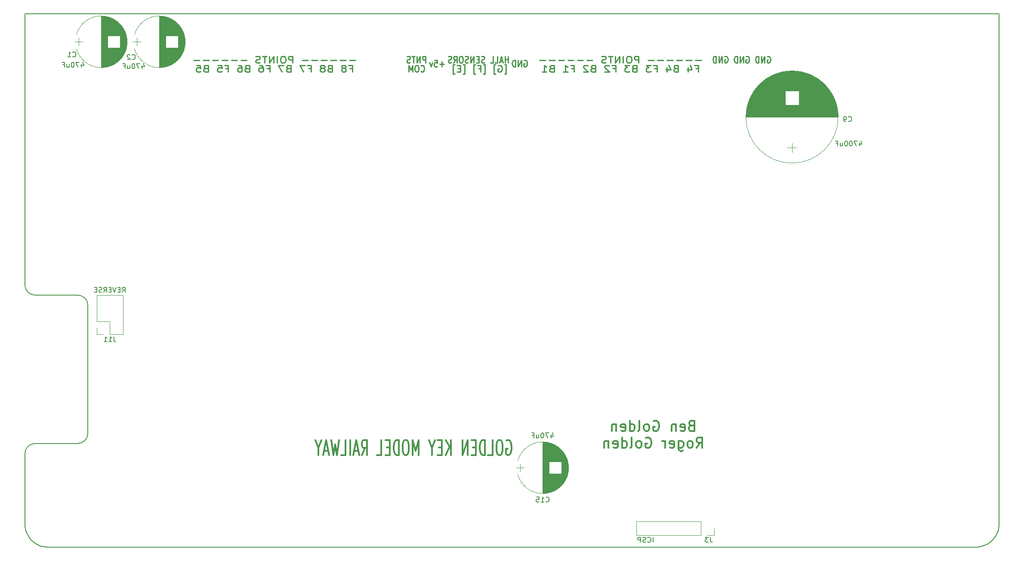
<source format=gbr>
%TF.GenerationSoftware,KiCad,Pcbnew,(5.1.6)-1*%
%TF.CreationDate,2020-08-11T14:57:58+01:00*%
%TF.ProjectId,panel-main,70616e65-6c2d-46d6-9169-6e2e6b696361,rev?*%
%TF.SameCoordinates,Original*%
%TF.FileFunction,Legend,Bot*%
%TF.FilePolarity,Positive*%
%FSLAX46Y46*%
G04 Gerber Fmt 4.6, Leading zero omitted, Abs format (unit mm)*
G04 Created by KiCad (PCBNEW (5.1.6)-1) date 2020-08-11 14:57:58*
%MOMM*%
%LPD*%
G01*
G04 APERTURE LIST*
%ADD10C,0.300000*%
%ADD11C,0.250000*%
%TA.AperFunction,Profile*%
%ADD12C,0.200000*%
%TD*%
%ADD13C,0.120000*%
%ADD14C,0.150000*%
G04 APERTURE END LIST*
D10*
X182101190Y-120000142D02*
X181815476Y-120095380D01*
X181720238Y-120190619D01*
X181625000Y-120381095D01*
X181625000Y-120666809D01*
X181720238Y-120857285D01*
X181815476Y-120952523D01*
X182005952Y-121047761D01*
X182767857Y-121047761D01*
X182767857Y-119047761D01*
X182101190Y-119047761D01*
X181910714Y-119143000D01*
X181815476Y-119238238D01*
X181720238Y-119428714D01*
X181720238Y-119619190D01*
X181815476Y-119809666D01*
X181910714Y-119904904D01*
X182101190Y-120000142D01*
X182767857Y-120000142D01*
X180005952Y-120952523D02*
X180196428Y-121047761D01*
X180577380Y-121047761D01*
X180767857Y-120952523D01*
X180863095Y-120762047D01*
X180863095Y-120000142D01*
X180767857Y-119809666D01*
X180577380Y-119714428D01*
X180196428Y-119714428D01*
X180005952Y-119809666D01*
X179910714Y-120000142D01*
X179910714Y-120190619D01*
X180863095Y-120381095D01*
X179053571Y-119714428D02*
X179053571Y-121047761D01*
X179053571Y-119904904D02*
X178958333Y-119809666D01*
X178767857Y-119714428D01*
X178482142Y-119714428D01*
X178291666Y-119809666D01*
X178196428Y-120000142D01*
X178196428Y-121047761D01*
X174672619Y-119143000D02*
X174863095Y-119047761D01*
X175148809Y-119047761D01*
X175434523Y-119143000D01*
X175625000Y-119333476D01*
X175720238Y-119523952D01*
X175815476Y-119904904D01*
X175815476Y-120190619D01*
X175720238Y-120571571D01*
X175625000Y-120762047D01*
X175434523Y-120952523D01*
X175148809Y-121047761D01*
X174958333Y-121047761D01*
X174672619Y-120952523D01*
X174577380Y-120857285D01*
X174577380Y-120190619D01*
X174958333Y-120190619D01*
X173434523Y-121047761D02*
X173625000Y-120952523D01*
X173720238Y-120857285D01*
X173815476Y-120666809D01*
X173815476Y-120095380D01*
X173720238Y-119904904D01*
X173625000Y-119809666D01*
X173434523Y-119714428D01*
X173148809Y-119714428D01*
X172958333Y-119809666D01*
X172863095Y-119904904D01*
X172767857Y-120095380D01*
X172767857Y-120666809D01*
X172863095Y-120857285D01*
X172958333Y-120952523D01*
X173148809Y-121047761D01*
X173434523Y-121047761D01*
X171625000Y-121047761D02*
X171815476Y-120952523D01*
X171910714Y-120762047D01*
X171910714Y-119047761D01*
X170005952Y-121047761D02*
X170005952Y-119047761D01*
X170005952Y-120952523D02*
X170196428Y-121047761D01*
X170577380Y-121047761D01*
X170767857Y-120952523D01*
X170863095Y-120857285D01*
X170958333Y-120666809D01*
X170958333Y-120095380D01*
X170863095Y-119904904D01*
X170767857Y-119809666D01*
X170577380Y-119714428D01*
X170196428Y-119714428D01*
X170005952Y-119809666D01*
X168291666Y-120952523D02*
X168482142Y-121047761D01*
X168863095Y-121047761D01*
X169053571Y-120952523D01*
X169148809Y-120762047D01*
X169148809Y-120000142D01*
X169053571Y-119809666D01*
X168863095Y-119714428D01*
X168482142Y-119714428D01*
X168291666Y-119809666D01*
X168196428Y-120000142D01*
X168196428Y-120190619D01*
X169148809Y-120381095D01*
X167339285Y-119714428D02*
X167339285Y-121047761D01*
X167339285Y-119904904D02*
X167244047Y-119809666D01*
X167053571Y-119714428D01*
X166767857Y-119714428D01*
X166577380Y-119809666D01*
X166482142Y-120000142D01*
X166482142Y-121047761D01*
X183148809Y-124347761D02*
X183815476Y-123395380D01*
X184291666Y-124347761D02*
X184291666Y-122347761D01*
X183529761Y-122347761D01*
X183339285Y-122443000D01*
X183244047Y-122538238D01*
X183148809Y-122728714D01*
X183148809Y-123014428D01*
X183244047Y-123204904D01*
X183339285Y-123300142D01*
X183529761Y-123395380D01*
X184291666Y-123395380D01*
X182005952Y-124347761D02*
X182196428Y-124252523D01*
X182291666Y-124157285D01*
X182386904Y-123966809D01*
X182386904Y-123395380D01*
X182291666Y-123204904D01*
X182196428Y-123109666D01*
X182005952Y-123014428D01*
X181720238Y-123014428D01*
X181529761Y-123109666D01*
X181434523Y-123204904D01*
X181339285Y-123395380D01*
X181339285Y-123966809D01*
X181434523Y-124157285D01*
X181529761Y-124252523D01*
X181720238Y-124347761D01*
X182005952Y-124347761D01*
X179625000Y-123014428D02*
X179625000Y-124633476D01*
X179720238Y-124823952D01*
X179815476Y-124919190D01*
X180005952Y-125014428D01*
X180291666Y-125014428D01*
X180482142Y-124919190D01*
X179625000Y-124252523D02*
X179815476Y-124347761D01*
X180196428Y-124347761D01*
X180386904Y-124252523D01*
X180482142Y-124157285D01*
X180577380Y-123966809D01*
X180577380Y-123395380D01*
X180482142Y-123204904D01*
X180386904Y-123109666D01*
X180196428Y-123014428D01*
X179815476Y-123014428D01*
X179625000Y-123109666D01*
X177910714Y-124252523D02*
X178101190Y-124347761D01*
X178482142Y-124347761D01*
X178672619Y-124252523D01*
X178767857Y-124062047D01*
X178767857Y-123300142D01*
X178672619Y-123109666D01*
X178482142Y-123014428D01*
X178101190Y-123014428D01*
X177910714Y-123109666D01*
X177815476Y-123300142D01*
X177815476Y-123490619D01*
X178767857Y-123681095D01*
X176958333Y-124347761D02*
X176958333Y-123014428D01*
X176958333Y-123395380D02*
X176863095Y-123204904D01*
X176767857Y-123109666D01*
X176577380Y-123014428D01*
X176386904Y-123014428D01*
X173148809Y-122443000D02*
X173339285Y-122347761D01*
X173625000Y-122347761D01*
X173910714Y-122443000D01*
X174101190Y-122633476D01*
X174196428Y-122823952D01*
X174291666Y-123204904D01*
X174291666Y-123490619D01*
X174196428Y-123871571D01*
X174101190Y-124062047D01*
X173910714Y-124252523D01*
X173625000Y-124347761D01*
X173434523Y-124347761D01*
X173148809Y-124252523D01*
X173053571Y-124157285D01*
X173053571Y-123490619D01*
X173434523Y-123490619D01*
X171910714Y-124347761D02*
X172101190Y-124252523D01*
X172196428Y-124157285D01*
X172291666Y-123966809D01*
X172291666Y-123395380D01*
X172196428Y-123204904D01*
X172101190Y-123109666D01*
X171910714Y-123014428D01*
X171625000Y-123014428D01*
X171434523Y-123109666D01*
X171339285Y-123204904D01*
X171244047Y-123395380D01*
X171244047Y-123966809D01*
X171339285Y-124157285D01*
X171434523Y-124252523D01*
X171625000Y-124347761D01*
X171910714Y-124347761D01*
X170101190Y-124347761D02*
X170291666Y-124252523D01*
X170386904Y-124062047D01*
X170386904Y-122347761D01*
X168482142Y-124347761D02*
X168482142Y-122347761D01*
X168482142Y-124252523D02*
X168672619Y-124347761D01*
X169053571Y-124347761D01*
X169244047Y-124252523D01*
X169339285Y-124157285D01*
X169434523Y-123966809D01*
X169434523Y-123395380D01*
X169339285Y-123204904D01*
X169244047Y-123109666D01*
X169053571Y-123014428D01*
X168672619Y-123014428D01*
X168482142Y-123109666D01*
X166767857Y-124252523D02*
X166958333Y-124347761D01*
X167339285Y-124347761D01*
X167529761Y-124252523D01*
X167625000Y-124062047D01*
X167625000Y-123300142D01*
X167529761Y-123109666D01*
X167339285Y-123014428D01*
X166958333Y-123014428D01*
X166767857Y-123109666D01*
X166672619Y-123300142D01*
X166672619Y-123490619D01*
X167625000Y-123681095D01*
X165815476Y-123014428D02*
X165815476Y-124347761D01*
X165815476Y-123204904D02*
X165720238Y-123109666D01*
X165529761Y-123014428D01*
X165244047Y-123014428D01*
X165053571Y-123109666D01*
X164958333Y-123300142D01*
X164958333Y-124347761D01*
X145722285Y-122960000D02*
X145893714Y-122817142D01*
X146150857Y-122817142D01*
X146408000Y-122960000D01*
X146579428Y-123245714D01*
X146665142Y-123531428D01*
X146750857Y-124102857D01*
X146750857Y-124531428D01*
X146665142Y-125102857D01*
X146579428Y-125388571D01*
X146408000Y-125674285D01*
X146150857Y-125817142D01*
X145979428Y-125817142D01*
X145722285Y-125674285D01*
X145636571Y-125531428D01*
X145636571Y-124531428D01*
X145979428Y-124531428D01*
X144522285Y-122817142D02*
X144179428Y-122817142D01*
X144008000Y-122960000D01*
X143836571Y-123245714D01*
X143750857Y-123817142D01*
X143750857Y-124817142D01*
X143836571Y-125388571D01*
X144008000Y-125674285D01*
X144179428Y-125817142D01*
X144522285Y-125817142D01*
X144693714Y-125674285D01*
X144865142Y-125388571D01*
X144950857Y-124817142D01*
X144950857Y-123817142D01*
X144865142Y-123245714D01*
X144693714Y-122960000D01*
X144522285Y-122817142D01*
X142122285Y-125817142D02*
X142979428Y-125817142D01*
X142979428Y-122817142D01*
X141522285Y-125817142D02*
X141522285Y-122817142D01*
X141093714Y-122817142D01*
X140836571Y-122960000D01*
X140665142Y-123245714D01*
X140579428Y-123531428D01*
X140493714Y-124102857D01*
X140493714Y-124531428D01*
X140579428Y-125102857D01*
X140665142Y-125388571D01*
X140836571Y-125674285D01*
X141093714Y-125817142D01*
X141522285Y-125817142D01*
X139722285Y-124245714D02*
X139122285Y-124245714D01*
X138865142Y-125817142D02*
X139722285Y-125817142D01*
X139722285Y-122817142D01*
X138865142Y-122817142D01*
X138093714Y-125817142D02*
X138093714Y-122817142D01*
X137065142Y-125817142D01*
X137065142Y-122817142D01*
X134836571Y-125817142D02*
X134836571Y-122817142D01*
X133808000Y-125817142D02*
X134579428Y-124102857D01*
X133808000Y-122817142D02*
X134836571Y-124531428D01*
X133036571Y-124245714D02*
X132436571Y-124245714D01*
X132179428Y-125817142D02*
X133036571Y-125817142D01*
X133036571Y-122817142D01*
X132179428Y-122817142D01*
X131065142Y-124388571D02*
X131065142Y-125817142D01*
X131665142Y-122817142D02*
X131065142Y-124388571D01*
X130465142Y-122817142D01*
X128493714Y-125817142D02*
X128493714Y-122817142D01*
X127893714Y-124960000D01*
X127293714Y-122817142D01*
X127293714Y-125817142D01*
X126093714Y-122817142D02*
X125750857Y-122817142D01*
X125579428Y-122960000D01*
X125408000Y-123245714D01*
X125322285Y-123817142D01*
X125322285Y-124817142D01*
X125408000Y-125388571D01*
X125579428Y-125674285D01*
X125750857Y-125817142D01*
X126093714Y-125817142D01*
X126265142Y-125674285D01*
X126436571Y-125388571D01*
X126522285Y-124817142D01*
X126522285Y-123817142D01*
X126436571Y-123245714D01*
X126265142Y-122960000D01*
X126093714Y-122817142D01*
X124550857Y-125817142D02*
X124550857Y-122817142D01*
X124122285Y-122817142D01*
X123865142Y-122960000D01*
X123693714Y-123245714D01*
X123608000Y-123531428D01*
X123522285Y-124102857D01*
X123522285Y-124531428D01*
X123608000Y-125102857D01*
X123693714Y-125388571D01*
X123865142Y-125674285D01*
X124122285Y-125817142D01*
X124550857Y-125817142D01*
X122750857Y-124245714D02*
X122150857Y-124245714D01*
X121893714Y-125817142D02*
X122750857Y-125817142D01*
X122750857Y-122817142D01*
X121893714Y-122817142D01*
X120265142Y-125817142D02*
X121122285Y-125817142D01*
X121122285Y-122817142D01*
X117265142Y-125817142D02*
X117865142Y-124388571D01*
X118293714Y-125817142D02*
X118293714Y-122817142D01*
X117608000Y-122817142D01*
X117436571Y-122960000D01*
X117350857Y-123102857D01*
X117265142Y-123388571D01*
X117265142Y-123817142D01*
X117350857Y-124102857D01*
X117436571Y-124245714D01*
X117608000Y-124388571D01*
X118293714Y-124388571D01*
X116579428Y-124960000D02*
X115722285Y-124960000D01*
X116750857Y-125817142D02*
X116150857Y-122817142D01*
X115550857Y-125817142D01*
X114950857Y-125817142D02*
X114950857Y-122817142D01*
X113236571Y-125817142D02*
X114093714Y-125817142D01*
X114093714Y-122817142D01*
X112808000Y-122817142D02*
X112379428Y-125817142D01*
X112036571Y-123674285D01*
X111693714Y-125817142D01*
X111265142Y-122817142D01*
X110665142Y-124960000D02*
X109808000Y-124960000D01*
X110836571Y-125817142D02*
X110236571Y-122817142D01*
X109636571Y-125817142D01*
X108693714Y-124388571D02*
X108693714Y-125817142D01*
X109293714Y-122817142D02*
X108693714Y-124388571D01*
X108093714Y-122817142D01*
D11*
X182961333Y-49691142D02*
X183474666Y-49691142D01*
X183474666Y-50372095D02*
X183474666Y-49072095D01*
X182741333Y-49072095D01*
X181494666Y-49505428D02*
X181494666Y-50372095D01*
X181861333Y-49010190D02*
X182228000Y-49938761D01*
X181274666Y-49938761D01*
X179001333Y-49691142D02*
X178781333Y-49753047D01*
X178708000Y-49814952D01*
X178634666Y-49938761D01*
X178634666Y-50124476D01*
X178708000Y-50248285D01*
X178781333Y-50310190D01*
X178928000Y-50372095D01*
X179514666Y-50372095D01*
X179514666Y-49072095D01*
X179001333Y-49072095D01*
X178854666Y-49134000D01*
X178781333Y-49195904D01*
X178708000Y-49319714D01*
X178708000Y-49443523D01*
X178781333Y-49567333D01*
X178854666Y-49629238D01*
X179001333Y-49691142D01*
X179514666Y-49691142D01*
X177314666Y-49505428D02*
X177314666Y-50372095D01*
X177681333Y-49010190D02*
X178048000Y-49938761D01*
X177094666Y-49938761D01*
X174821333Y-49691142D02*
X175334666Y-49691142D01*
X175334666Y-50372095D02*
X175334666Y-49072095D01*
X174601333Y-49072095D01*
X174161333Y-49072095D02*
X173208000Y-49072095D01*
X173721333Y-49567333D01*
X173501333Y-49567333D01*
X173354666Y-49629238D01*
X173281333Y-49691142D01*
X173208000Y-49814952D01*
X173208000Y-50124476D01*
X173281333Y-50248285D01*
X173354666Y-50310190D01*
X173501333Y-50372095D01*
X173941333Y-50372095D01*
X174088000Y-50310190D01*
X174161333Y-50248285D01*
X170861333Y-49691142D02*
X170641333Y-49753047D01*
X170568000Y-49814952D01*
X170494666Y-49938761D01*
X170494666Y-50124476D01*
X170568000Y-50248285D01*
X170641333Y-50310190D01*
X170788000Y-50372095D01*
X171374666Y-50372095D01*
X171374666Y-49072095D01*
X170861333Y-49072095D01*
X170714666Y-49134000D01*
X170641333Y-49195904D01*
X170568000Y-49319714D01*
X170568000Y-49443523D01*
X170641333Y-49567333D01*
X170714666Y-49629238D01*
X170861333Y-49691142D01*
X171374666Y-49691142D01*
X169981333Y-49072095D02*
X169028000Y-49072095D01*
X169541333Y-49567333D01*
X169321333Y-49567333D01*
X169174666Y-49629238D01*
X169101333Y-49691142D01*
X169028000Y-49814952D01*
X169028000Y-50124476D01*
X169101333Y-50248285D01*
X169174666Y-50310190D01*
X169321333Y-50372095D01*
X169761333Y-50372095D01*
X169908000Y-50310190D01*
X169981333Y-50248285D01*
X166681333Y-49691142D02*
X167194666Y-49691142D01*
X167194666Y-50372095D02*
X167194666Y-49072095D01*
X166461333Y-49072095D01*
X165948000Y-49195904D02*
X165874666Y-49134000D01*
X165728000Y-49072095D01*
X165361333Y-49072095D01*
X165214666Y-49134000D01*
X165141333Y-49195904D01*
X165068000Y-49319714D01*
X165068000Y-49443523D01*
X165141333Y-49629238D01*
X166021333Y-50372095D01*
X165068000Y-50372095D01*
X162721333Y-49691142D02*
X162501333Y-49753047D01*
X162428000Y-49814952D01*
X162354666Y-49938761D01*
X162354666Y-50124476D01*
X162428000Y-50248285D01*
X162501333Y-50310190D01*
X162648000Y-50372095D01*
X163234666Y-50372095D01*
X163234666Y-49072095D01*
X162721333Y-49072095D01*
X162574666Y-49134000D01*
X162501333Y-49195904D01*
X162428000Y-49319714D01*
X162428000Y-49443523D01*
X162501333Y-49567333D01*
X162574666Y-49629238D01*
X162721333Y-49691142D01*
X163234666Y-49691142D01*
X161768000Y-49195904D02*
X161694666Y-49134000D01*
X161548000Y-49072095D01*
X161181333Y-49072095D01*
X161034666Y-49134000D01*
X160961333Y-49195904D01*
X160888000Y-49319714D01*
X160888000Y-49443523D01*
X160961333Y-49629238D01*
X161841333Y-50372095D01*
X160888000Y-50372095D01*
X158541333Y-49691142D02*
X159054666Y-49691142D01*
X159054666Y-50372095D02*
X159054666Y-49072095D01*
X158321333Y-49072095D01*
X156928000Y-50372095D02*
X157808000Y-50372095D01*
X157368000Y-50372095D02*
X157368000Y-49072095D01*
X157514666Y-49257809D01*
X157661333Y-49381619D01*
X157808000Y-49443523D01*
X154581333Y-49691142D02*
X154361333Y-49753047D01*
X154288000Y-49814952D01*
X154214666Y-49938761D01*
X154214666Y-50124476D01*
X154288000Y-50248285D01*
X154361333Y-50310190D01*
X154508000Y-50372095D01*
X155094666Y-50372095D01*
X155094666Y-49072095D01*
X154581333Y-49072095D01*
X154434666Y-49134000D01*
X154361333Y-49195904D01*
X154288000Y-49319714D01*
X154288000Y-49443523D01*
X154361333Y-49567333D01*
X154434666Y-49629238D01*
X154581333Y-49691142D01*
X155094666Y-49691142D01*
X152748000Y-50372095D02*
X153628000Y-50372095D01*
X153188000Y-50372095D02*
X153188000Y-49072095D01*
X153334666Y-49257809D01*
X153481333Y-49381619D01*
X153628000Y-49443523D01*
X184040857Y-48098857D02*
X182898000Y-48098857D01*
X182183714Y-48098857D02*
X181040857Y-48098857D01*
X180326571Y-48098857D02*
X179183714Y-48098857D01*
X178469428Y-48098857D02*
X177326571Y-48098857D01*
X176612285Y-48098857D02*
X175469428Y-48098857D01*
X174755142Y-48098857D02*
X173612285Y-48098857D01*
X171755142Y-48594095D02*
X171755142Y-47294095D01*
X171183714Y-47294095D01*
X171040857Y-47356000D01*
X170969428Y-47417904D01*
X170898000Y-47541714D01*
X170898000Y-47727428D01*
X170969428Y-47851238D01*
X171040857Y-47913142D01*
X171183714Y-47975047D01*
X171755142Y-47975047D01*
X169969428Y-47294095D02*
X169683714Y-47294095D01*
X169540857Y-47356000D01*
X169398000Y-47479809D01*
X169326571Y-47727428D01*
X169326571Y-48160761D01*
X169398000Y-48408380D01*
X169540857Y-48532190D01*
X169683714Y-48594095D01*
X169969428Y-48594095D01*
X170112285Y-48532190D01*
X170255142Y-48408380D01*
X170326571Y-48160761D01*
X170326571Y-47727428D01*
X170255142Y-47479809D01*
X170112285Y-47356000D01*
X169969428Y-47294095D01*
X168683714Y-48594095D02*
X168683714Y-47294095D01*
X167969428Y-48594095D02*
X167969428Y-47294095D01*
X167112285Y-48594095D01*
X167112285Y-47294095D01*
X166612285Y-47294095D02*
X165755142Y-47294095D01*
X166183714Y-48594095D02*
X166183714Y-47294095D01*
X165326571Y-48532190D02*
X165112285Y-48594095D01*
X164755142Y-48594095D01*
X164612285Y-48532190D01*
X164540857Y-48470285D01*
X164469428Y-48346476D01*
X164469428Y-48222666D01*
X164540857Y-48098857D01*
X164612285Y-48036952D01*
X164755142Y-47975047D01*
X165040857Y-47913142D01*
X165183714Y-47851238D01*
X165255142Y-47789333D01*
X165326571Y-47665523D01*
X165326571Y-47541714D01*
X165255142Y-47417904D01*
X165183714Y-47356000D01*
X165040857Y-47294095D01*
X164683714Y-47294095D01*
X164469428Y-47356000D01*
X162683714Y-48098857D02*
X161540857Y-48098857D01*
X160826571Y-48098857D02*
X159683714Y-48098857D01*
X158969428Y-48098857D02*
X157826571Y-48098857D01*
X157112285Y-48098857D02*
X155969428Y-48098857D01*
X155255142Y-48098857D02*
X154112285Y-48098857D01*
X153398000Y-48098857D02*
X152255142Y-48098857D01*
X129823142Y-48594095D02*
X129823142Y-47294095D01*
X129404095Y-47294095D01*
X129299333Y-47356000D01*
X129246952Y-47417904D01*
X129194571Y-47541714D01*
X129194571Y-47727428D01*
X129246952Y-47851238D01*
X129299333Y-47913142D01*
X129404095Y-47975047D01*
X129823142Y-47975047D01*
X128723142Y-48594095D02*
X128723142Y-47294095D01*
X128094571Y-48594095D01*
X128094571Y-47294095D01*
X127727904Y-47294095D02*
X127099333Y-47294095D01*
X127413619Y-48594095D02*
X127413619Y-47294095D01*
X126785047Y-48532190D02*
X126627904Y-48594095D01*
X126366000Y-48594095D01*
X126261238Y-48532190D01*
X126208857Y-48470285D01*
X126156476Y-48346476D01*
X126156476Y-48222666D01*
X126208857Y-48098857D01*
X126261238Y-48036952D01*
X126366000Y-47975047D01*
X126575523Y-47913142D01*
X126680285Y-47851238D01*
X126732666Y-47789333D01*
X126785047Y-47665523D01*
X126785047Y-47541714D01*
X126732666Y-47417904D01*
X126680285Y-47356000D01*
X126575523Y-47294095D01*
X126313619Y-47294095D01*
X126156476Y-47356000D01*
X133441904Y-48860857D02*
X132603809Y-48860857D01*
X133022857Y-49356095D02*
X133022857Y-48365619D01*
X131556190Y-48056095D02*
X132080000Y-48056095D01*
X132132380Y-48675142D01*
X132080000Y-48613238D01*
X131975238Y-48551333D01*
X131713333Y-48551333D01*
X131608571Y-48613238D01*
X131556190Y-48675142D01*
X131503809Y-48798952D01*
X131503809Y-49108476D01*
X131556190Y-49232285D01*
X131608571Y-49294190D01*
X131713333Y-49356095D01*
X131975238Y-49356095D01*
X132080000Y-49294190D01*
X132132380Y-49232285D01*
X131137142Y-48489428D02*
X130875238Y-49356095D01*
X130613333Y-48489428D01*
X128880285Y-50248285D02*
X128932666Y-50310190D01*
X129089809Y-50372095D01*
X129194571Y-50372095D01*
X129351714Y-50310190D01*
X129456476Y-50186380D01*
X129508857Y-50062571D01*
X129561238Y-49814952D01*
X129561238Y-49629238D01*
X129508857Y-49381619D01*
X129456476Y-49257809D01*
X129351714Y-49134000D01*
X129194571Y-49072095D01*
X129089809Y-49072095D01*
X128932666Y-49134000D01*
X128880285Y-49195904D01*
X128199333Y-49072095D02*
X127989809Y-49072095D01*
X127885047Y-49134000D01*
X127780285Y-49257809D01*
X127727904Y-49505428D01*
X127727904Y-49938761D01*
X127780285Y-50186380D01*
X127885047Y-50310190D01*
X127989809Y-50372095D01*
X128199333Y-50372095D01*
X128304095Y-50310190D01*
X128408857Y-50186380D01*
X128461238Y-49938761D01*
X128461238Y-49505428D01*
X128408857Y-49257809D01*
X128304095Y-49134000D01*
X128199333Y-49072095D01*
X127256476Y-50372095D02*
X127256476Y-49072095D01*
X126889809Y-50000666D01*
X126523142Y-49072095D01*
X126523142Y-50372095D01*
X115968857Y-48098857D02*
X114826000Y-48098857D01*
X114111714Y-48098857D02*
X112968857Y-48098857D01*
X112254571Y-48098857D02*
X111111714Y-48098857D01*
X110397428Y-48098857D02*
X109254571Y-48098857D01*
X108540285Y-48098857D02*
X107397428Y-48098857D01*
X106683142Y-48098857D02*
X105540285Y-48098857D01*
X103683142Y-48594095D02*
X103683142Y-47294095D01*
X103111714Y-47294095D01*
X102968857Y-47356000D01*
X102897428Y-47417904D01*
X102825999Y-47541714D01*
X102825999Y-47727428D01*
X102897428Y-47851238D01*
X102968857Y-47913142D01*
X103111714Y-47975047D01*
X103683142Y-47975047D01*
X101897428Y-47294095D02*
X101611714Y-47294095D01*
X101468857Y-47356000D01*
X101325999Y-47479809D01*
X101254571Y-47727428D01*
X101254571Y-48160761D01*
X101325999Y-48408380D01*
X101468857Y-48532190D01*
X101611714Y-48594095D01*
X101897428Y-48594095D01*
X102040285Y-48532190D01*
X102183142Y-48408380D01*
X102254571Y-48160761D01*
X102254571Y-47727428D01*
X102183142Y-47479809D01*
X102040285Y-47356000D01*
X101897428Y-47294095D01*
X100611714Y-48594095D02*
X100611714Y-47294095D01*
X99897428Y-48594095D02*
X99897428Y-47294095D01*
X99040285Y-48594095D01*
X99040285Y-47294095D01*
X98540285Y-47294095D02*
X97683142Y-47294095D01*
X98111714Y-48594095D02*
X98111714Y-47294095D01*
X97254571Y-48532190D02*
X97040285Y-48594095D01*
X96683142Y-48594095D01*
X96540285Y-48532190D01*
X96468857Y-48470285D01*
X96397428Y-48346476D01*
X96397428Y-48222666D01*
X96468857Y-48098857D01*
X96540285Y-48036952D01*
X96683142Y-47975047D01*
X96968857Y-47913142D01*
X97111714Y-47851238D01*
X97183142Y-47789333D01*
X97254571Y-47665523D01*
X97254571Y-47541714D01*
X97183142Y-47417904D01*
X97111714Y-47356000D01*
X96968857Y-47294095D01*
X96611714Y-47294095D01*
X96397428Y-47356000D01*
X94611714Y-48098857D02*
X93468857Y-48098857D01*
X92754571Y-48098857D02*
X91611714Y-48098857D01*
X90897428Y-48098857D02*
X89754571Y-48098857D01*
X89040285Y-48098857D02*
X87897428Y-48098857D01*
X87183142Y-48098857D02*
X86040285Y-48098857D01*
X85325999Y-48098857D02*
X84183142Y-48098857D01*
X145347714Y-50805428D02*
X145669142Y-50805428D01*
X145669142Y-48948285D01*
X145347714Y-48948285D01*
X144126285Y-49134000D02*
X144254857Y-49072095D01*
X144447714Y-49072095D01*
X144640571Y-49134000D01*
X144769142Y-49257809D01*
X144833428Y-49381619D01*
X144897714Y-49629238D01*
X144897714Y-49814952D01*
X144833428Y-50062571D01*
X144769142Y-50186380D01*
X144640571Y-50310190D01*
X144447714Y-50372095D01*
X144319142Y-50372095D01*
X144126285Y-50310190D01*
X144062000Y-50248285D01*
X144062000Y-49814952D01*
X144319142Y-49814952D01*
X143612000Y-50805428D02*
X143290571Y-50805428D01*
X143290571Y-48948285D01*
X143612000Y-48948285D01*
X141169142Y-50805428D02*
X141490571Y-50805428D01*
X141490571Y-48948285D01*
X141169142Y-48948285D01*
X140204857Y-49691142D02*
X140654857Y-49691142D01*
X140654857Y-50372095D02*
X140654857Y-49072095D01*
X140012000Y-49072095D01*
X139626285Y-50805428D02*
X139304857Y-50805428D01*
X139304857Y-48948285D01*
X139626285Y-48948285D01*
X137183428Y-50805428D02*
X137504857Y-50805428D01*
X137504857Y-48948285D01*
X137183428Y-48948285D01*
X136669142Y-49691142D02*
X136219142Y-49691142D01*
X136026285Y-50372095D02*
X136669142Y-50372095D01*
X136669142Y-49072095D01*
X136026285Y-49072095D01*
X135576285Y-50805428D02*
X135254857Y-50805428D01*
X135254857Y-48948285D01*
X135576285Y-48948285D01*
X146074666Y-48594095D02*
X146074666Y-47294095D01*
X146074666Y-47913142D02*
X145446095Y-47913142D01*
X145446095Y-48594095D02*
X145446095Y-47294095D01*
X144974666Y-48222666D02*
X144450857Y-48222666D01*
X145079428Y-48594095D02*
X144712761Y-47294095D01*
X144346095Y-48594095D01*
X143455619Y-48594095D02*
X143979428Y-48594095D01*
X143979428Y-47294095D01*
X142565142Y-48594095D02*
X143088952Y-48594095D01*
X143088952Y-47294095D01*
X141412761Y-48532190D02*
X141255619Y-48594095D01*
X140993714Y-48594095D01*
X140888952Y-48532190D01*
X140836571Y-48470285D01*
X140784190Y-48346476D01*
X140784190Y-48222666D01*
X140836571Y-48098857D01*
X140888952Y-48036952D01*
X140993714Y-47975047D01*
X141203238Y-47913142D01*
X141308000Y-47851238D01*
X141360380Y-47789333D01*
X141412761Y-47665523D01*
X141412761Y-47541714D01*
X141360380Y-47417904D01*
X141308000Y-47356000D01*
X141203238Y-47294095D01*
X140941333Y-47294095D01*
X140784190Y-47356000D01*
X140312761Y-47913142D02*
X139946095Y-47913142D01*
X139788952Y-48594095D02*
X140312761Y-48594095D01*
X140312761Y-47294095D01*
X139788952Y-47294095D01*
X139317523Y-48594095D02*
X139317523Y-47294095D01*
X138688952Y-48594095D01*
X138688952Y-47294095D01*
X138217523Y-48532190D02*
X138060380Y-48594095D01*
X137798476Y-48594095D01*
X137693714Y-48532190D01*
X137641333Y-48470285D01*
X137588952Y-48346476D01*
X137588952Y-48222666D01*
X137641333Y-48098857D01*
X137693714Y-48036952D01*
X137798476Y-47975047D01*
X138008000Y-47913142D01*
X138112761Y-47851238D01*
X138165142Y-47789333D01*
X138217523Y-47665523D01*
X138217523Y-47541714D01*
X138165142Y-47417904D01*
X138112761Y-47356000D01*
X138008000Y-47294095D01*
X137746095Y-47294095D01*
X137588952Y-47356000D01*
X136908000Y-47294095D02*
X136698476Y-47294095D01*
X136593714Y-47356000D01*
X136488952Y-47479809D01*
X136436571Y-47727428D01*
X136436571Y-48160761D01*
X136488952Y-48408380D01*
X136593714Y-48532190D01*
X136698476Y-48594095D01*
X136908000Y-48594095D01*
X137012761Y-48532190D01*
X137117523Y-48408380D01*
X137169904Y-48160761D01*
X137169904Y-47727428D01*
X137117523Y-47479809D01*
X137012761Y-47356000D01*
X136908000Y-47294095D01*
X135336571Y-48594095D02*
X135703238Y-47975047D01*
X135965142Y-48594095D02*
X135965142Y-47294095D01*
X135546095Y-47294095D01*
X135441333Y-47356000D01*
X135388952Y-47417904D01*
X135336571Y-47541714D01*
X135336571Y-47727428D01*
X135388952Y-47851238D01*
X135441333Y-47913142D01*
X135546095Y-47975047D01*
X135965142Y-47975047D01*
X134917523Y-48532190D02*
X134760380Y-48594095D01*
X134498476Y-48594095D01*
X134393714Y-48532190D01*
X134341333Y-48470285D01*
X134288952Y-48346476D01*
X134288952Y-48222666D01*
X134341333Y-48098857D01*
X134393714Y-48036952D01*
X134498476Y-47975047D01*
X134708000Y-47913142D01*
X134812761Y-47851238D01*
X134865142Y-47789333D01*
X134917523Y-47665523D01*
X134917523Y-47541714D01*
X134865142Y-47417904D01*
X134812761Y-47356000D01*
X134708000Y-47294095D01*
X134446095Y-47294095D01*
X134288952Y-47356000D01*
X197052571Y-47356000D02*
X197157333Y-47294095D01*
X197314476Y-47294095D01*
X197471619Y-47356000D01*
X197576380Y-47479809D01*
X197628761Y-47603619D01*
X197681142Y-47851238D01*
X197681142Y-48036952D01*
X197628761Y-48284571D01*
X197576380Y-48408380D01*
X197471619Y-48532190D01*
X197314476Y-48594095D01*
X197209714Y-48594095D01*
X197052571Y-48532190D01*
X197000190Y-48470285D01*
X197000190Y-48036952D01*
X197209714Y-48036952D01*
X196528761Y-48594095D02*
X196528761Y-47294095D01*
X195900190Y-48594095D01*
X195900190Y-47294095D01*
X195376380Y-48594095D02*
X195376380Y-47294095D01*
X195114476Y-47294095D01*
X194957333Y-47356000D01*
X194852571Y-47479809D01*
X194800190Y-47603619D01*
X194747809Y-47851238D01*
X194747809Y-48036952D01*
X194800190Y-48284571D01*
X194852571Y-48408380D01*
X194957333Y-48532190D01*
X195114476Y-48594095D01*
X195376380Y-48594095D01*
X192862095Y-47356000D02*
X192966857Y-47294095D01*
X193124000Y-47294095D01*
X193281142Y-47356000D01*
X193385904Y-47479809D01*
X193438285Y-47603619D01*
X193490666Y-47851238D01*
X193490666Y-48036952D01*
X193438285Y-48284571D01*
X193385904Y-48408380D01*
X193281142Y-48532190D01*
X193124000Y-48594095D01*
X193019238Y-48594095D01*
X192862095Y-48532190D01*
X192809714Y-48470285D01*
X192809714Y-48036952D01*
X193019238Y-48036952D01*
X192338285Y-48594095D02*
X192338285Y-47294095D01*
X191709714Y-48594095D01*
X191709714Y-47294095D01*
X191185904Y-48594095D02*
X191185904Y-47294095D01*
X190924000Y-47294095D01*
X190766857Y-47356000D01*
X190662095Y-47479809D01*
X190609714Y-47603619D01*
X190557333Y-47851238D01*
X190557333Y-48036952D01*
X190609714Y-48284571D01*
X190662095Y-48408380D01*
X190766857Y-48532190D01*
X190924000Y-48594095D01*
X191185904Y-48594095D01*
X188671619Y-47356000D02*
X188776380Y-47294095D01*
X188933523Y-47294095D01*
X189090666Y-47356000D01*
X189195428Y-47479809D01*
X189247809Y-47603619D01*
X189300190Y-47851238D01*
X189300190Y-48036952D01*
X189247809Y-48284571D01*
X189195428Y-48408380D01*
X189090666Y-48532190D01*
X188933523Y-48594095D01*
X188828761Y-48594095D01*
X188671619Y-48532190D01*
X188619238Y-48470285D01*
X188619238Y-48036952D01*
X188828761Y-48036952D01*
X188147809Y-48594095D02*
X188147809Y-47294095D01*
X187519238Y-48594095D01*
X187519238Y-47294095D01*
X186995428Y-48594095D02*
X186995428Y-47294095D01*
X186733523Y-47294095D01*
X186576380Y-47356000D01*
X186471619Y-47479809D01*
X186419238Y-47603619D01*
X186366857Y-47851238D01*
X186366857Y-48036952D01*
X186419238Y-48284571D01*
X186471619Y-48408380D01*
X186576380Y-48532190D01*
X186733523Y-48594095D01*
X186995428Y-48594095D01*
X149174095Y-48118000D02*
X149278857Y-48056095D01*
X149436000Y-48056095D01*
X149593142Y-48118000D01*
X149697904Y-48241809D01*
X149750285Y-48365619D01*
X149802666Y-48613238D01*
X149802666Y-48798952D01*
X149750285Y-49046571D01*
X149697904Y-49170380D01*
X149593142Y-49294190D01*
X149436000Y-49356095D01*
X149331238Y-49356095D01*
X149174095Y-49294190D01*
X149121714Y-49232285D01*
X149121714Y-48798952D01*
X149331238Y-48798952D01*
X148650285Y-49356095D02*
X148650285Y-48056095D01*
X148021714Y-49356095D01*
X148021714Y-48056095D01*
X147497904Y-49356095D02*
X147497904Y-48056095D01*
X147236000Y-48056095D01*
X147078857Y-48118000D01*
X146974095Y-48241809D01*
X146921714Y-48365619D01*
X146869333Y-48613238D01*
X146869333Y-48798952D01*
X146921714Y-49046571D01*
X146974095Y-49170380D01*
X147078857Y-49294190D01*
X147236000Y-49356095D01*
X147497904Y-49356095D01*
X114889333Y-49691142D02*
X115402666Y-49691142D01*
X115402666Y-50372095D02*
X115402666Y-49072095D01*
X114669333Y-49072095D01*
X113862666Y-49629238D02*
X114009333Y-49567333D01*
X114082666Y-49505428D01*
X114156000Y-49381619D01*
X114156000Y-49319714D01*
X114082666Y-49195904D01*
X114009333Y-49134000D01*
X113862666Y-49072095D01*
X113569333Y-49072095D01*
X113422666Y-49134000D01*
X113349333Y-49195904D01*
X113276000Y-49319714D01*
X113276000Y-49381619D01*
X113349333Y-49505428D01*
X113422666Y-49567333D01*
X113569333Y-49629238D01*
X113862666Y-49629238D01*
X114009333Y-49691142D01*
X114082666Y-49753047D01*
X114156000Y-49876857D01*
X114156000Y-50124476D01*
X114082666Y-50248285D01*
X114009333Y-50310190D01*
X113862666Y-50372095D01*
X113569333Y-50372095D01*
X113422666Y-50310190D01*
X113349333Y-50248285D01*
X113276000Y-50124476D01*
X113276000Y-49876857D01*
X113349333Y-49753047D01*
X113422666Y-49691142D01*
X113569333Y-49629238D01*
X110929333Y-49691142D02*
X110709333Y-49753047D01*
X110636000Y-49814952D01*
X110562666Y-49938761D01*
X110562666Y-50124476D01*
X110636000Y-50248285D01*
X110709333Y-50310190D01*
X110856000Y-50372095D01*
X111442666Y-50372095D01*
X111442666Y-49072095D01*
X110929333Y-49072095D01*
X110782666Y-49134000D01*
X110709333Y-49195904D01*
X110636000Y-49319714D01*
X110636000Y-49443523D01*
X110709333Y-49567333D01*
X110782666Y-49629238D01*
X110929333Y-49691142D01*
X111442666Y-49691142D01*
X109682666Y-49629238D02*
X109829333Y-49567333D01*
X109902666Y-49505428D01*
X109976000Y-49381619D01*
X109976000Y-49319714D01*
X109902666Y-49195904D01*
X109829333Y-49134000D01*
X109682666Y-49072095D01*
X109389333Y-49072095D01*
X109242666Y-49134000D01*
X109169333Y-49195904D01*
X109096000Y-49319714D01*
X109096000Y-49381619D01*
X109169333Y-49505428D01*
X109242666Y-49567333D01*
X109389333Y-49629238D01*
X109682666Y-49629238D01*
X109829333Y-49691142D01*
X109902666Y-49753047D01*
X109976000Y-49876857D01*
X109976000Y-50124476D01*
X109902666Y-50248285D01*
X109829333Y-50310190D01*
X109682666Y-50372095D01*
X109389333Y-50372095D01*
X109242666Y-50310190D01*
X109169333Y-50248285D01*
X109096000Y-50124476D01*
X109096000Y-49876857D01*
X109169333Y-49753047D01*
X109242666Y-49691142D01*
X109389333Y-49629238D01*
X106749333Y-49691142D02*
X107262666Y-49691142D01*
X107262666Y-50372095D02*
X107262666Y-49072095D01*
X106529333Y-49072095D01*
X106089333Y-49072095D02*
X105062666Y-49072095D01*
X105722666Y-50372095D01*
X102789333Y-49691142D02*
X102569333Y-49753047D01*
X102496000Y-49814952D01*
X102422666Y-49938761D01*
X102422666Y-50124476D01*
X102496000Y-50248285D01*
X102569333Y-50310190D01*
X102716000Y-50372095D01*
X103302666Y-50372095D01*
X103302666Y-49072095D01*
X102789333Y-49072095D01*
X102642666Y-49134000D01*
X102569333Y-49195904D01*
X102496000Y-49319714D01*
X102496000Y-49443523D01*
X102569333Y-49567333D01*
X102642666Y-49629238D01*
X102789333Y-49691142D01*
X103302666Y-49691142D01*
X101909333Y-49072095D02*
X100882666Y-49072095D01*
X101542666Y-50372095D01*
X98609333Y-49691142D02*
X99122666Y-49691142D01*
X99122666Y-50372095D02*
X99122666Y-49072095D01*
X98389333Y-49072095D01*
X97142666Y-49072095D02*
X97436000Y-49072095D01*
X97582666Y-49134000D01*
X97656000Y-49195904D01*
X97802666Y-49381619D01*
X97876000Y-49629238D01*
X97876000Y-50124476D01*
X97802666Y-50248285D01*
X97729333Y-50310190D01*
X97582666Y-50372095D01*
X97289333Y-50372095D01*
X97142666Y-50310190D01*
X97069333Y-50248285D01*
X96996000Y-50124476D01*
X96996000Y-49814952D01*
X97069333Y-49691142D01*
X97142666Y-49629238D01*
X97289333Y-49567333D01*
X97582666Y-49567333D01*
X97729333Y-49629238D01*
X97802666Y-49691142D01*
X97876000Y-49814952D01*
X94649333Y-49691142D02*
X94429333Y-49753047D01*
X94356000Y-49814952D01*
X94282666Y-49938761D01*
X94282666Y-50124476D01*
X94356000Y-50248285D01*
X94429333Y-50310190D01*
X94576000Y-50372095D01*
X95162666Y-50372095D01*
X95162666Y-49072095D01*
X94649333Y-49072095D01*
X94502666Y-49134000D01*
X94429333Y-49195904D01*
X94356000Y-49319714D01*
X94356000Y-49443523D01*
X94429333Y-49567333D01*
X94502666Y-49629238D01*
X94649333Y-49691142D01*
X95162666Y-49691142D01*
X92962666Y-49072095D02*
X93256000Y-49072095D01*
X93402666Y-49134000D01*
X93476000Y-49195904D01*
X93622666Y-49381619D01*
X93696000Y-49629238D01*
X93696000Y-50124476D01*
X93622666Y-50248285D01*
X93549333Y-50310190D01*
X93402666Y-50372095D01*
X93109333Y-50372095D01*
X92962666Y-50310190D01*
X92889333Y-50248285D01*
X92816000Y-50124476D01*
X92816000Y-49814952D01*
X92889333Y-49691142D01*
X92962666Y-49629238D01*
X93109333Y-49567333D01*
X93402666Y-49567333D01*
X93549333Y-49629238D01*
X93622666Y-49691142D01*
X93696000Y-49814952D01*
X90469333Y-49691142D02*
X90982666Y-49691142D01*
X90982666Y-50372095D02*
X90982666Y-49072095D01*
X90249333Y-49072095D01*
X88929333Y-49072095D02*
X89662666Y-49072095D01*
X89736000Y-49691142D01*
X89662666Y-49629238D01*
X89516000Y-49567333D01*
X89149333Y-49567333D01*
X89002666Y-49629238D01*
X88929333Y-49691142D01*
X88856000Y-49814952D01*
X88856000Y-50124476D01*
X88929333Y-50248285D01*
X89002666Y-50310190D01*
X89149333Y-50372095D01*
X89516000Y-50372095D01*
X89662666Y-50310190D01*
X89736000Y-50248285D01*
X86509333Y-49691142D02*
X86289333Y-49753047D01*
X86216000Y-49814952D01*
X86142666Y-49938761D01*
X86142666Y-50124476D01*
X86216000Y-50248285D01*
X86289333Y-50310190D01*
X86436000Y-50372095D01*
X87022666Y-50372095D01*
X87022666Y-49072095D01*
X86509333Y-49072095D01*
X86362666Y-49134000D01*
X86289333Y-49195904D01*
X86216000Y-49319714D01*
X86216000Y-49443523D01*
X86289333Y-49567333D01*
X86362666Y-49629238D01*
X86509333Y-49691142D01*
X87022666Y-49691142D01*
X84749333Y-49072095D02*
X85482666Y-49072095D01*
X85556000Y-49691142D01*
X85482666Y-49629238D01*
X85336000Y-49567333D01*
X84969333Y-49567333D01*
X84822666Y-49629238D01*
X84749333Y-49691142D01*
X84676000Y-49814952D01*
X84676000Y-50124476D01*
X84749333Y-50248285D01*
X84822666Y-50310190D01*
X84969333Y-50372095D01*
X85336000Y-50372095D01*
X85482666Y-50310190D01*
X85556000Y-50248285D01*
D12*
X50972508Y-38971591D02*
X50972508Y-92309883D01*
X242687490Y-38971591D02*
X50972508Y-38971591D01*
X61372508Y-94309883D02*
G75*
G02*
X63372508Y-96309883I0J-2000000D01*
G01*
X52972508Y-94309883D02*
X61372508Y-94309883D01*
X52972508Y-94309883D02*
G75*
G02*
X50972508Y-92309883I0J2000000D01*
G01*
X55472508Y-143909883D02*
X238187490Y-143909883D01*
X241769770Y-142096719D02*
X241928449Y-141869262D01*
X241928449Y-141869262D02*
X242073087Y-141632115D01*
X242073087Y-141632115D02*
X242203341Y-141386260D01*
X242203341Y-141386260D02*
X242318870Y-141132680D01*
X242318870Y-141132680D02*
X242419332Y-140872359D01*
X242419332Y-140872359D02*
X242504383Y-140606279D01*
X242504383Y-140606279D02*
X242573683Y-140335424D01*
X242573683Y-140335424D02*
X242626889Y-140060777D01*
X242626889Y-140060777D02*
X242663659Y-139783322D01*
X242663659Y-139783322D02*
X242683651Y-139504040D01*
X242683651Y-139504040D02*
X242687490Y-139317324D01*
X242687490Y-139317324D02*
X242687490Y-38971591D01*
X238187490Y-143909883D02*
X238445533Y-143901898D01*
X238445533Y-143901898D02*
X238702533Y-143878184D01*
X238702533Y-143878184D02*
X238957740Y-143839103D01*
X238957740Y-143839103D02*
X239210399Y-143785014D01*
X239210399Y-143785014D02*
X239459759Y-143716279D01*
X239459759Y-143716279D02*
X239705067Y-143633259D01*
X239705067Y-143633259D02*
X239945571Y-143536313D01*
X239945571Y-143536313D02*
X240180518Y-143425804D01*
X240180518Y-143425804D02*
X240409157Y-143302091D01*
X240409157Y-143302091D02*
X240630733Y-143165536D01*
X240630733Y-143165536D02*
X240844496Y-143016499D01*
X240844496Y-143016499D02*
X241049693Y-142855342D01*
X241049693Y-142855342D02*
X241245571Y-142682424D01*
X241245571Y-142682424D02*
X241431378Y-142498107D01*
X241431378Y-142498107D02*
X241606362Y-142302752D01*
X241606362Y-142302752D02*
X241769770Y-142096719D01*
X63372508Y-121509883D02*
G75*
G02*
X61372508Y-123509883I-2000000J0D01*
G01*
X61372508Y-123509883D02*
X52972508Y-123509883D01*
X63372508Y-96309883D02*
X63372508Y-121509883D01*
X52766574Y-142986753D02*
X52989415Y-143147096D01*
X52989415Y-143147096D02*
X53221312Y-143293029D01*
X53221312Y-143293029D02*
X53461337Y-143424254D01*
X53461337Y-143424254D02*
X53708567Y-143540476D01*
X53708567Y-143540476D02*
X53962074Y-143641395D01*
X53962074Y-143641395D02*
X54220933Y-143726715D01*
X54220933Y-143726715D02*
X54484219Y-143796138D01*
X54484219Y-143796138D02*
X54751005Y-143849368D01*
X54751005Y-143849368D02*
X55020366Y-143886106D01*
X55020366Y-143886106D02*
X55291375Y-143906056D01*
X55291375Y-143906056D02*
X55472508Y-143909883D01*
X50972508Y-139317324D02*
X50980516Y-139583265D01*
X50980516Y-139583265D02*
X51004274Y-139847961D01*
X51004274Y-139847961D02*
X51043382Y-140110633D01*
X51043382Y-140110633D02*
X51097440Y-140370501D01*
X51097440Y-140370501D02*
X51166048Y-140626788D01*
X51166048Y-140626788D02*
X51248805Y-140878714D01*
X51248805Y-140878714D02*
X51345312Y-141125500D01*
X51345312Y-141125500D02*
X51455167Y-141366368D01*
X51455167Y-141366368D02*
X51577972Y-141600537D01*
X51577972Y-141600537D02*
X51713326Y-141827230D01*
X51713326Y-141827230D02*
X51860829Y-142045667D01*
X51860829Y-142045667D02*
X52020081Y-142255069D01*
X52020081Y-142255069D02*
X52190681Y-142454658D01*
X52190681Y-142454658D02*
X52372230Y-142643654D01*
X52372230Y-142643654D02*
X52564328Y-142821278D01*
X52564328Y-142821278D02*
X52766574Y-142986753D01*
X50972508Y-125509883D02*
X50972508Y-139317324D01*
X50972508Y-125509883D02*
G75*
G02*
X52972508Y-123509883I2000000J0D01*
G01*
D13*
%TO.C,J11*%
X65091000Y-94301000D02*
X70291000Y-94301000D01*
X65091000Y-99441000D02*
X65091000Y-94301000D01*
X70291000Y-102041000D02*
X70291000Y-94301000D01*
X65091000Y-99441000D02*
X67691000Y-99441000D01*
X67691000Y-99441000D02*
X67691000Y-102041000D01*
X67691000Y-102041000D02*
X70291000Y-102041000D01*
X65091000Y-100711000D02*
X65091000Y-102041000D01*
X65091000Y-102041000D02*
X66421000Y-102041000D01*
%TO.C,C9*%
X211020000Y-59242000D02*
G75*
G03*
X211020000Y-59242000I-9090000J0D01*
G01*
X210980000Y-59242000D02*
X192880000Y-59242000D01*
X210980000Y-59202000D02*
X192880000Y-59202000D01*
X210980000Y-59162000D02*
X192880000Y-59162000D01*
X210980000Y-59122000D02*
X192880000Y-59122000D01*
X210979000Y-59082000D02*
X192881000Y-59082000D01*
X210978000Y-59042000D02*
X192882000Y-59042000D01*
X210977000Y-59002000D02*
X192883000Y-59002000D01*
X210976000Y-58962000D02*
X192884000Y-58962000D01*
X210975000Y-58922000D02*
X192885000Y-58922000D01*
X210973000Y-58882000D02*
X192887000Y-58882000D01*
X210972000Y-58842000D02*
X192888000Y-58842000D01*
X210970000Y-58802000D02*
X192890000Y-58802000D01*
X210968000Y-58762000D02*
X192892000Y-58762000D01*
X210966000Y-58722000D02*
X192894000Y-58722000D01*
X210963000Y-58682000D02*
X192897000Y-58682000D01*
X210961000Y-58642000D02*
X192899000Y-58642000D01*
X210958000Y-58602000D02*
X192902000Y-58602000D01*
X210955000Y-58562000D02*
X192905000Y-58562000D01*
X210952000Y-58521000D02*
X192908000Y-58521000D01*
X210949000Y-58481000D02*
X192911000Y-58481000D01*
X210945000Y-58441000D02*
X192915000Y-58441000D01*
X210942000Y-58401000D02*
X192918000Y-58401000D01*
X210938000Y-58361000D02*
X192922000Y-58361000D01*
X210934000Y-58321000D02*
X192926000Y-58321000D01*
X210930000Y-58281000D02*
X192930000Y-58281000D01*
X210925000Y-58241000D02*
X192935000Y-58241000D01*
X210921000Y-58201000D02*
X192939000Y-58201000D01*
X210916000Y-58161000D02*
X192944000Y-58161000D01*
X210911000Y-58121000D02*
X192949000Y-58121000D01*
X210906000Y-58081000D02*
X192954000Y-58081000D01*
X210901000Y-58041000D02*
X192959000Y-58041000D01*
X210896000Y-58001000D02*
X192964000Y-58001000D01*
X210890000Y-57961000D02*
X192970000Y-57961000D01*
X210884000Y-57921000D02*
X192976000Y-57921000D01*
X210878000Y-57881000D02*
X192982000Y-57881000D01*
X210872000Y-57841000D02*
X192988000Y-57841000D01*
X210866000Y-57801000D02*
X192994000Y-57801000D01*
X210859000Y-57761000D02*
X193001000Y-57761000D01*
X210853000Y-57721000D02*
X193007000Y-57721000D01*
X210846000Y-57681000D02*
X193014000Y-57681000D01*
X210839000Y-57641000D02*
X193021000Y-57641000D01*
X210831000Y-57601000D02*
X193029000Y-57601000D01*
X210824000Y-57561000D02*
X193036000Y-57561000D01*
X210816000Y-57521000D02*
X193044000Y-57521000D01*
X210808000Y-57481000D02*
X193052000Y-57481000D01*
X210800000Y-57441000D02*
X193060000Y-57441000D01*
X210792000Y-57401000D02*
X193068000Y-57401000D01*
X210784000Y-57361000D02*
X193076000Y-57361000D01*
X210775000Y-57321000D02*
X193085000Y-57321000D01*
X210767000Y-57281000D02*
X193093000Y-57281000D01*
X210758000Y-57241000D02*
X193102000Y-57241000D01*
X210749000Y-57201000D02*
X193111000Y-57201000D01*
X210739000Y-57161000D02*
X193121000Y-57161000D01*
X210730000Y-57121000D02*
X193130000Y-57121000D01*
X210720000Y-57081000D02*
X193140000Y-57081000D01*
X210710000Y-57041000D02*
X193150000Y-57041000D01*
X210700000Y-57001000D02*
X193160000Y-57001000D01*
X210690000Y-56961000D02*
X193170000Y-56961000D01*
X210679000Y-56921000D02*
X193181000Y-56921000D01*
X210669000Y-56881000D02*
X193191000Y-56881000D01*
X210658000Y-56841000D02*
X203310000Y-56841000D01*
X200550000Y-56841000D02*
X193202000Y-56841000D01*
X210647000Y-56801000D02*
X203310000Y-56801000D01*
X200550000Y-56801000D02*
X193213000Y-56801000D01*
X210636000Y-56761000D02*
X203310000Y-56761000D01*
X200550000Y-56761000D02*
X193224000Y-56761000D01*
X210624000Y-56721000D02*
X203310000Y-56721000D01*
X200550000Y-56721000D02*
X193236000Y-56721000D01*
X210613000Y-56681000D02*
X203310000Y-56681000D01*
X200550000Y-56681000D02*
X193247000Y-56681000D01*
X210601000Y-56641000D02*
X203310000Y-56641000D01*
X200550000Y-56641000D02*
X193259000Y-56641000D01*
X210589000Y-56601000D02*
X203310000Y-56601000D01*
X200550000Y-56601000D02*
X193271000Y-56601000D01*
X210576000Y-56561000D02*
X203310000Y-56561000D01*
X200550000Y-56561000D02*
X193284000Y-56561000D01*
X210564000Y-56521000D02*
X203310000Y-56521000D01*
X200550000Y-56521000D02*
X193296000Y-56521000D01*
X210551000Y-56481000D02*
X203310000Y-56481000D01*
X200550000Y-56481000D02*
X193309000Y-56481000D01*
X210539000Y-56441000D02*
X203310000Y-56441000D01*
X200550000Y-56441000D02*
X193321000Y-56441000D01*
X210525000Y-56401000D02*
X203310000Y-56401000D01*
X200550000Y-56401000D02*
X193335000Y-56401000D01*
X210512000Y-56361000D02*
X203310000Y-56361000D01*
X200550000Y-56361000D02*
X193348000Y-56361000D01*
X210499000Y-56321000D02*
X203310000Y-56321000D01*
X200550000Y-56321000D02*
X193361000Y-56321000D01*
X210485000Y-56281000D02*
X203310000Y-56281000D01*
X200550000Y-56281000D02*
X193375000Y-56281000D01*
X210471000Y-56241000D02*
X203310000Y-56241000D01*
X200550000Y-56241000D02*
X193389000Y-56241000D01*
X210457000Y-56201000D02*
X203310000Y-56201000D01*
X200550000Y-56201000D02*
X193403000Y-56201000D01*
X210443000Y-56161000D02*
X203310000Y-56161000D01*
X200550000Y-56161000D02*
X193417000Y-56161000D01*
X210428000Y-56121000D02*
X203310000Y-56121000D01*
X200550000Y-56121000D02*
X193432000Y-56121000D01*
X210414000Y-56081000D02*
X203310000Y-56081000D01*
X200550000Y-56081000D02*
X193446000Y-56081000D01*
X210399000Y-56041000D02*
X203310000Y-56041000D01*
X200550000Y-56041000D02*
X193461000Y-56041000D01*
X210383000Y-56001000D02*
X203310000Y-56001000D01*
X200550000Y-56001000D02*
X193477000Y-56001000D01*
X210368000Y-55961000D02*
X203310000Y-55961000D01*
X200550000Y-55961000D02*
X193492000Y-55961000D01*
X210353000Y-55921000D02*
X203310000Y-55921000D01*
X200550000Y-55921000D02*
X193507000Y-55921000D01*
X210337000Y-55881000D02*
X203310000Y-55881000D01*
X200550000Y-55881000D02*
X193523000Y-55881000D01*
X210321000Y-55841000D02*
X203310000Y-55841000D01*
X200550000Y-55841000D02*
X193539000Y-55841000D01*
X210304000Y-55801000D02*
X203310000Y-55801000D01*
X200550000Y-55801000D02*
X193556000Y-55801000D01*
X210288000Y-55761000D02*
X203310000Y-55761000D01*
X200550000Y-55761000D02*
X193572000Y-55761000D01*
X210271000Y-55721000D02*
X203310000Y-55721000D01*
X200550000Y-55721000D02*
X193589000Y-55721000D01*
X210254000Y-55681000D02*
X203310000Y-55681000D01*
X200550000Y-55681000D02*
X193606000Y-55681000D01*
X210237000Y-55641000D02*
X203310000Y-55641000D01*
X200550000Y-55641000D02*
X193623000Y-55641000D01*
X210220000Y-55601000D02*
X203310000Y-55601000D01*
X200550000Y-55601000D02*
X193640000Y-55601000D01*
X210202000Y-55561000D02*
X203310000Y-55561000D01*
X200550000Y-55561000D02*
X193658000Y-55561000D01*
X210184000Y-55521000D02*
X203310000Y-55521000D01*
X200550000Y-55521000D02*
X193676000Y-55521000D01*
X210166000Y-55481000D02*
X203310000Y-55481000D01*
X200550000Y-55481000D02*
X193694000Y-55481000D01*
X210148000Y-55441000D02*
X203310000Y-55441000D01*
X200550000Y-55441000D02*
X193712000Y-55441000D01*
X210130000Y-55401000D02*
X203310000Y-55401000D01*
X200550000Y-55401000D02*
X193730000Y-55401000D01*
X210111000Y-55361000D02*
X203310000Y-55361000D01*
X200550000Y-55361000D02*
X193749000Y-55361000D01*
X210092000Y-55321000D02*
X203310000Y-55321000D01*
X200550000Y-55321000D02*
X193768000Y-55321000D01*
X210073000Y-55281000D02*
X203310000Y-55281000D01*
X200550000Y-55281000D02*
X193787000Y-55281000D01*
X210053000Y-55241000D02*
X203310000Y-55241000D01*
X200550000Y-55241000D02*
X193807000Y-55241000D01*
X210033000Y-55201000D02*
X203310000Y-55201000D01*
X200550000Y-55201000D02*
X193827000Y-55201000D01*
X210013000Y-55161000D02*
X203310000Y-55161000D01*
X200550000Y-55161000D02*
X193847000Y-55161000D01*
X209993000Y-55121000D02*
X203310000Y-55121000D01*
X200550000Y-55121000D02*
X193867000Y-55121000D01*
X209973000Y-55081000D02*
X203310000Y-55081000D01*
X200550000Y-55081000D02*
X193887000Y-55081000D01*
X209952000Y-55041000D02*
X203310000Y-55041000D01*
X200550000Y-55041000D02*
X193908000Y-55041000D01*
X209931000Y-55001000D02*
X203310000Y-55001000D01*
X200550000Y-55001000D02*
X193929000Y-55001000D01*
X209910000Y-54961000D02*
X203310000Y-54961000D01*
X200550000Y-54961000D02*
X193950000Y-54961000D01*
X209888000Y-54921000D02*
X203310000Y-54921000D01*
X200550000Y-54921000D02*
X193972000Y-54921000D01*
X209867000Y-54881000D02*
X203310000Y-54881000D01*
X200550000Y-54881000D02*
X193993000Y-54881000D01*
X209845000Y-54841000D02*
X203310000Y-54841000D01*
X200550000Y-54841000D02*
X194015000Y-54841000D01*
X209822000Y-54801000D02*
X203310000Y-54801000D01*
X200550000Y-54801000D02*
X194038000Y-54801000D01*
X209800000Y-54761000D02*
X203310000Y-54761000D01*
X200550000Y-54761000D02*
X194060000Y-54761000D01*
X209777000Y-54721000D02*
X203310000Y-54721000D01*
X200550000Y-54721000D02*
X194083000Y-54721000D01*
X209754000Y-54681000D02*
X203310000Y-54681000D01*
X200550000Y-54681000D02*
X194106000Y-54681000D01*
X209731000Y-54641000D02*
X203310000Y-54641000D01*
X200550000Y-54641000D02*
X194129000Y-54641000D01*
X209707000Y-54601000D02*
X203310000Y-54601000D01*
X200550000Y-54601000D02*
X194153000Y-54601000D01*
X209683000Y-54561000D02*
X203310000Y-54561000D01*
X200550000Y-54561000D02*
X194177000Y-54561000D01*
X209659000Y-54521000D02*
X203310000Y-54521000D01*
X200550000Y-54521000D02*
X194201000Y-54521000D01*
X209635000Y-54481000D02*
X203310000Y-54481000D01*
X200550000Y-54481000D02*
X194225000Y-54481000D01*
X209610000Y-54441000D02*
X203310000Y-54441000D01*
X200550000Y-54441000D02*
X194250000Y-54441000D01*
X209585000Y-54401000D02*
X203310000Y-54401000D01*
X200550000Y-54401000D02*
X194275000Y-54401000D01*
X209560000Y-54361000D02*
X203310000Y-54361000D01*
X200550000Y-54361000D02*
X194300000Y-54361000D01*
X209534000Y-54321000D02*
X203310000Y-54321000D01*
X200550000Y-54321000D02*
X194326000Y-54321000D01*
X209508000Y-54281000D02*
X203310000Y-54281000D01*
X200550000Y-54281000D02*
X194352000Y-54281000D01*
X209482000Y-54241000D02*
X203310000Y-54241000D01*
X200550000Y-54241000D02*
X194378000Y-54241000D01*
X209455000Y-54201000D02*
X203310000Y-54201000D01*
X200550000Y-54201000D02*
X194405000Y-54201000D01*
X209429000Y-54161000D02*
X203310000Y-54161000D01*
X200550000Y-54161000D02*
X194431000Y-54161000D01*
X209401000Y-54121000D02*
X203310000Y-54121000D01*
X200550000Y-54121000D02*
X194459000Y-54121000D01*
X209374000Y-54081000D02*
X194486000Y-54081000D01*
X209346000Y-54041000D02*
X194514000Y-54041000D01*
X209318000Y-54001000D02*
X194542000Y-54001000D01*
X209290000Y-53961000D02*
X194570000Y-53961000D01*
X209261000Y-53921000D02*
X194599000Y-53921000D01*
X209232000Y-53881000D02*
X194628000Y-53881000D01*
X209203000Y-53841000D02*
X194657000Y-53841000D01*
X209173000Y-53801000D02*
X194687000Y-53801000D01*
X209143000Y-53761000D02*
X194717000Y-53761000D01*
X209113000Y-53721000D02*
X194747000Y-53721000D01*
X209082000Y-53681000D02*
X194778000Y-53681000D01*
X209051000Y-53641000D02*
X194809000Y-53641000D01*
X209019000Y-53601000D02*
X194841000Y-53601000D01*
X208987000Y-53561000D02*
X194873000Y-53561000D01*
X208955000Y-53521000D02*
X194905000Y-53521000D01*
X208923000Y-53481000D02*
X194937000Y-53481000D01*
X208890000Y-53441000D02*
X194970000Y-53441000D01*
X208856000Y-53401000D02*
X195004000Y-53401000D01*
X208823000Y-53361000D02*
X195037000Y-53361000D01*
X208788000Y-53321000D02*
X195072000Y-53321000D01*
X208754000Y-53281000D02*
X195106000Y-53281000D01*
X208719000Y-53241000D02*
X195141000Y-53241000D01*
X208684000Y-53201000D02*
X195176000Y-53201000D01*
X208648000Y-53161000D02*
X195212000Y-53161000D01*
X208612000Y-53121000D02*
X195248000Y-53121000D01*
X208575000Y-53081000D02*
X195285000Y-53081000D01*
X208538000Y-53041000D02*
X195322000Y-53041000D01*
X208500000Y-53001000D02*
X195360000Y-53001000D01*
X208462000Y-52961000D02*
X195398000Y-52961000D01*
X208424000Y-52921000D02*
X195436000Y-52921000D01*
X208385000Y-52881000D02*
X195475000Y-52881000D01*
X208346000Y-52841000D02*
X195514000Y-52841000D01*
X208306000Y-52801000D02*
X195554000Y-52801000D01*
X208265000Y-52761000D02*
X195595000Y-52761000D01*
X208224000Y-52721000D02*
X195636000Y-52721000D01*
X208183000Y-52681000D02*
X195677000Y-52681000D01*
X208141000Y-52641000D02*
X195719000Y-52641000D01*
X208098000Y-52601000D02*
X195762000Y-52601000D01*
X208055000Y-52561000D02*
X195805000Y-52561000D01*
X208012000Y-52521000D02*
X195848000Y-52521000D01*
X207968000Y-52481000D02*
X195892000Y-52481000D01*
X207923000Y-52441000D02*
X195937000Y-52441000D01*
X207877000Y-52401000D02*
X195983000Y-52401000D01*
X207831000Y-52361000D02*
X196029000Y-52361000D01*
X207785000Y-52321000D02*
X196075000Y-52321000D01*
X207737000Y-52281000D02*
X196123000Y-52281000D01*
X207689000Y-52241000D02*
X196171000Y-52241000D01*
X207641000Y-52201000D02*
X196219000Y-52201000D01*
X207592000Y-52161000D02*
X196268000Y-52161000D01*
X207541000Y-52121000D02*
X196319000Y-52121000D01*
X207491000Y-52081000D02*
X196369000Y-52081000D01*
X207439000Y-52041000D02*
X196421000Y-52041000D01*
X207387000Y-52001000D02*
X196473000Y-52001000D01*
X207334000Y-51961000D02*
X196526000Y-51961000D01*
X207280000Y-51921000D02*
X196580000Y-51921000D01*
X207225000Y-51881000D02*
X196635000Y-51881000D01*
X207170000Y-51841000D02*
X196690000Y-51841000D01*
X207113000Y-51801000D02*
X196747000Y-51801000D01*
X207056000Y-51761000D02*
X196804000Y-51761000D01*
X206997000Y-51721000D02*
X196863000Y-51721000D01*
X206938000Y-51681000D02*
X196922000Y-51681000D01*
X206877000Y-51641000D02*
X196983000Y-51641000D01*
X206816000Y-51601000D02*
X197044000Y-51601000D01*
X206753000Y-51561000D02*
X197107000Y-51561000D01*
X206689000Y-51521000D02*
X197171000Y-51521000D01*
X206624000Y-51481000D02*
X197236000Y-51481000D01*
X206558000Y-51441000D02*
X197302000Y-51441000D01*
X206491000Y-51401000D02*
X197369000Y-51401000D01*
X206422000Y-51361000D02*
X197438000Y-51361000D01*
X206352000Y-51321000D02*
X197508000Y-51321000D01*
X206280000Y-51281000D02*
X197580000Y-51281000D01*
X206207000Y-51241000D02*
X197653000Y-51241000D01*
X206132000Y-51201000D02*
X197728000Y-51201000D01*
X206055000Y-51161000D02*
X197805000Y-51161000D01*
X205976000Y-51121000D02*
X197884000Y-51121000D01*
X205896000Y-51081000D02*
X197964000Y-51081000D01*
X205813000Y-51042000D02*
X198047000Y-51042000D01*
X205729000Y-51002000D02*
X198131000Y-51002000D01*
X205641000Y-50962000D02*
X198219000Y-50962000D01*
X205552000Y-50922000D02*
X198308000Y-50922000D01*
X205460000Y-50882000D02*
X198400000Y-50882000D01*
X205364000Y-50842000D02*
X198496000Y-50842000D01*
X205266000Y-50802000D02*
X198594000Y-50802000D01*
X205164000Y-50762000D02*
X198696000Y-50762000D01*
X205059000Y-50722000D02*
X198801000Y-50722000D01*
X204949000Y-50682000D02*
X198911000Y-50682000D01*
X204835000Y-50642000D02*
X199025000Y-50642000D01*
X204715000Y-50602000D02*
X199145000Y-50602000D01*
X204590000Y-50562000D02*
X199270000Y-50562000D01*
X204458000Y-50522000D02*
X199402000Y-50522000D01*
X204318000Y-50482000D02*
X199542000Y-50482000D01*
X204168000Y-50442000D02*
X199692000Y-50442000D01*
X204008000Y-50402000D02*
X199852000Y-50402000D01*
X203833000Y-50362000D02*
X200027000Y-50362000D01*
X203640000Y-50322000D02*
X200220000Y-50322000D01*
X203422000Y-50282000D02*
X200438000Y-50282000D01*
X203166000Y-50242000D02*
X200694000Y-50242000D01*
X202843000Y-50202000D02*
X201017000Y-50202000D01*
X202317000Y-50162000D02*
X201543000Y-50162000D01*
X201930000Y-66192000D02*
X201930000Y-64392000D01*
X202830000Y-65292000D02*
X201030000Y-65292000D01*
%TO.C,C15*%
X148418000Y-129020000D02*
X148418000Y-127520000D01*
X147668000Y-128270000D02*
X149168000Y-128270000D01*
X157949000Y-128549000D02*
X157949000Y-127991000D01*
X157909000Y-128942000D02*
X157909000Y-127598000D01*
X157869000Y-129183000D02*
X157869000Y-127357000D01*
X157829000Y-129374000D02*
X157829000Y-127166000D01*
X157789000Y-129535000D02*
X157789000Y-127005000D01*
X157749000Y-129677000D02*
X157749000Y-126863000D01*
X157709000Y-129806000D02*
X157709000Y-126734000D01*
X157669000Y-129924000D02*
X157669000Y-126616000D01*
X157629000Y-130033000D02*
X157629000Y-126507000D01*
X157589000Y-130136000D02*
X157589000Y-126404000D01*
X157549000Y-130232000D02*
X157549000Y-126308000D01*
X157509000Y-130323000D02*
X157509000Y-126217000D01*
X157469000Y-130410000D02*
X157469000Y-126130000D01*
X157429000Y-130492000D02*
X157429000Y-126048000D01*
X157389000Y-130571000D02*
X157389000Y-125969000D01*
X157349000Y-130647000D02*
X157349000Y-125893000D01*
X157309000Y-130719000D02*
X157309000Y-125821000D01*
X157269000Y-130789000D02*
X157269000Y-125751000D01*
X157229000Y-130857000D02*
X157229000Y-125683000D01*
X157189000Y-130922000D02*
X157189000Y-125618000D01*
X157149000Y-130985000D02*
X157149000Y-125555000D01*
X157109000Y-131047000D02*
X157109000Y-125493000D01*
X157069000Y-131106000D02*
X157069000Y-125434000D01*
X157029000Y-131164000D02*
X157029000Y-125376000D01*
X156989000Y-131219000D02*
X156989000Y-125321000D01*
X156949000Y-131274000D02*
X156949000Y-125266000D01*
X156909000Y-131327000D02*
X156909000Y-125213000D01*
X156869000Y-131378000D02*
X156869000Y-125162000D01*
X156829000Y-131428000D02*
X156829000Y-125112000D01*
X156789000Y-131477000D02*
X156789000Y-125063000D01*
X156749000Y-131525000D02*
X156749000Y-125015000D01*
X156709000Y-131572000D02*
X156709000Y-124968000D01*
X156669000Y-131617000D02*
X156669000Y-124923000D01*
X156629000Y-131661000D02*
X156629000Y-124879000D01*
X156589000Y-131705000D02*
X156589000Y-124835000D01*
X156549000Y-131747000D02*
X156549000Y-124793000D01*
X156509000Y-127089000D02*
X156509000Y-124752000D01*
X156509000Y-131788000D02*
X156509000Y-129451000D01*
X156469000Y-127089000D02*
X156469000Y-124711000D01*
X156469000Y-131829000D02*
X156469000Y-129451000D01*
X156429000Y-127089000D02*
X156429000Y-124672000D01*
X156429000Y-131868000D02*
X156429000Y-129451000D01*
X156389000Y-127089000D02*
X156389000Y-124633000D01*
X156389000Y-131907000D02*
X156389000Y-129451000D01*
X156349000Y-127089000D02*
X156349000Y-124595000D01*
X156349000Y-131945000D02*
X156349000Y-129451000D01*
X156309000Y-127089000D02*
X156309000Y-124558000D01*
X156309000Y-131982000D02*
X156309000Y-129451000D01*
X156269000Y-127089000D02*
X156269000Y-124522000D01*
X156269000Y-132018000D02*
X156269000Y-129451000D01*
X156229000Y-127089000D02*
X156229000Y-124486000D01*
X156229000Y-132054000D02*
X156229000Y-129451000D01*
X156189000Y-127089000D02*
X156189000Y-124451000D01*
X156189000Y-132089000D02*
X156189000Y-129451000D01*
X156149000Y-127089000D02*
X156149000Y-124417000D01*
X156149000Y-132123000D02*
X156149000Y-129451000D01*
X156109000Y-127089000D02*
X156109000Y-124384000D01*
X156109000Y-132156000D02*
X156109000Y-129451000D01*
X156069000Y-127089000D02*
X156069000Y-124351000D01*
X156069000Y-132189000D02*
X156069000Y-129451000D01*
X156029000Y-127089000D02*
X156029000Y-124319000D01*
X156029000Y-132221000D02*
X156029000Y-129451000D01*
X155989000Y-127089000D02*
X155989000Y-124288000D01*
X155989000Y-132252000D02*
X155989000Y-129451000D01*
X155949000Y-127089000D02*
X155949000Y-124257000D01*
X155949000Y-132283000D02*
X155949000Y-129451000D01*
X155909000Y-127089000D02*
X155909000Y-124227000D01*
X155909000Y-132313000D02*
X155909000Y-129451000D01*
X155869000Y-127089000D02*
X155869000Y-124198000D01*
X155869000Y-132342000D02*
X155869000Y-129451000D01*
X155829000Y-127089000D02*
X155829000Y-124169000D01*
X155829000Y-132371000D02*
X155829000Y-129451000D01*
X155789000Y-127089000D02*
X155789000Y-124140000D01*
X155789000Y-132400000D02*
X155789000Y-129451000D01*
X155749000Y-127089000D02*
X155749000Y-124113000D01*
X155749000Y-132427000D02*
X155749000Y-129451000D01*
X155709000Y-127089000D02*
X155709000Y-124085000D01*
X155709000Y-132455000D02*
X155709000Y-129451000D01*
X155669000Y-127089000D02*
X155669000Y-124059000D01*
X155669000Y-132481000D02*
X155669000Y-129451000D01*
X155629000Y-127089000D02*
X155629000Y-124033000D01*
X155629000Y-132507000D02*
X155629000Y-129451000D01*
X155589000Y-127089000D02*
X155589000Y-124007000D01*
X155589000Y-132533000D02*
X155589000Y-129451000D01*
X155549000Y-127089000D02*
X155549000Y-123982000D01*
X155549000Y-132558000D02*
X155549000Y-129451000D01*
X155509000Y-127089000D02*
X155509000Y-123958000D01*
X155509000Y-132582000D02*
X155509000Y-129451000D01*
X155469000Y-127089000D02*
X155469000Y-123934000D01*
X155469000Y-132606000D02*
X155469000Y-129451000D01*
X155429000Y-127089000D02*
X155429000Y-123910000D01*
X155429000Y-132630000D02*
X155429000Y-129451000D01*
X155389000Y-127089000D02*
X155389000Y-123887000D01*
X155389000Y-132653000D02*
X155389000Y-129451000D01*
X155349000Y-127089000D02*
X155349000Y-123865000D01*
X155349000Y-132675000D02*
X155349000Y-129451000D01*
X155309000Y-127089000D02*
X155309000Y-123842000D01*
X155309000Y-132698000D02*
X155309000Y-129451000D01*
X155269000Y-127089000D02*
X155269000Y-123821000D01*
X155269000Y-132719000D02*
X155269000Y-129451000D01*
X155229000Y-127089000D02*
X155229000Y-123800000D01*
X155229000Y-132740000D02*
X155229000Y-129451000D01*
X155189000Y-127089000D02*
X155189000Y-123779000D01*
X155189000Y-132761000D02*
X155189000Y-129451000D01*
X155149000Y-127089000D02*
X155149000Y-123759000D01*
X155149000Y-132781000D02*
X155149000Y-129451000D01*
X155109000Y-127089000D02*
X155109000Y-123739000D01*
X155109000Y-132801000D02*
X155109000Y-129451000D01*
X155069000Y-127089000D02*
X155069000Y-123720000D01*
X155069000Y-132820000D02*
X155069000Y-129451000D01*
X155029000Y-127089000D02*
X155029000Y-123701000D01*
X155029000Y-132839000D02*
X155029000Y-129451000D01*
X154989000Y-127089000D02*
X154989000Y-123682000D01*
X154989000Y-132858000D02*
X154989000Y-129451000D01*
X154949000Y-127089000D02*
X154949000Y-123664000D01*
X154949000Y-132876000D02*
X154949000Y-129451000D01*
X154909000Y-127089000D02*
X154909000Y-123646000D01*
X154909000Y-132894000D02*
X154909000Y-129451000D01*
X154869000Y-127089000D02*
X154869000Y-123629000D01*
X154869000Y-132911000D02*
X154869000Y-129451000D01*
X154829000Y-127089000D02*
X154829000Y-123612000D01*
X154829000Y-132928000D02*
X154829000Y-129451000D01*
X154789000Y-127089000D02*
X154789000Y-123596000D01*
X154789000Y-132944000D02*
X154789000Y-129451000D01*
X154749000Y-127089000D02*
X154749000Y-123579000D01*
X154749000Y-132961000D02*
X154749000Y-129451000D01*
X154709000Y-127089000D02*
X154709000Y-123564000D01*
X154709000Y-132976000D02*
X154709000Y-129451000D01*
X154669000Y-127089000D02*
X154669000Y-123548000D01*
X154669000Y-132992000D02*
X154669000Y-129451000D01*
X154629000Y-127089000D02*
X154629000Y-123533000D01*
X154629000Y-133007000D02*
X154629000Y-129451000D01*
X154589000Y-127089000D02*
X154589000Y-123519000D01*
X154589000Y-133021000D02*
X154589000Y-129451000D01*
X154549000Y-127089000D02*
X154549000Y-123505000D01*
X154549000Y-133035000D02*
X154549000Y-129451000D01*
X154509000Y-127089000D02*
X154509000Y-123491000D01*
X154509000Y-133049000D02*
X154509000Y-129451000D01*
X154469000Y-127089000D02*
X154469000Y-123478000D01*
X154469000Y-133062000D02*
X154469000Y-129451000D01*
X154429000Y-127089000D02*
X154429000Y-123464000D01*
X154429000Y-133076000D02*
X154429000Y-129451000D01*
X154389000Y-127089000D02*
X154389000Y-123452000D01*
X154389000Y-133088000D02*
X154389000Y-129451000D01*
X154349000Y-127089000D02*
X154349000Y-123439000D01*
X154349000Y-133101000D02*
X154349000Y-129451000D01*
X154309000Y-127089000D02*
X154309000Y-123427000D01*
X154309000Y-133113000D02*
X154309000Y-129451000D01*
X154269000Y-127089000D02*
X154269000Y-123416000D01*
X154269000Y-133124000D02*
X154269000Y-129451000D01*
X154229000Y-127089000D02*
X154229000Y-123405000D01*
X154229000Y-133135000D02*
X154229000Y-129451000D01*
X154189000Y-127089000D02*
X154189000Y-123394000D01*
X154189000Y-133146000D02*
X154189000Y-129451000D01*
X154149000Y-133157000D02*
X154149000Y-123383000D01*
X154109000Y-133167000D02*
X154109000Y-123373000D01*
X154069000Y-133177000D02*
X154069000Y-123363000D01*
X154029000Y-133187000D02*
X154029000Y-123353000D01*
X153989000Y-133196000D02*
X153989000Y-123344000D01*
X153949000Y-133205000D02*
X153949000Y-123335000D01*
X153909000Y-133213000D02*
X153909000Y-123327000D01*
X153869000Y-133221000D02*
X153869000Y-123319000D01*
X153829000Y-133229000D02*
X153829000Y-123311000D01*
X153789000Y-133237000D02*
X153789000Y-123303000D01*
X153749000Y-133244000D02*
X153749000Y-123296000D01*
X153709000Y-133251000D02*
X153709000Y-123289000D01*
X153669000Y-133257000D02*
X153669000Y-123283000D01*
X153629000Y-133263000D02*
X153629000Y-123277000D01*
X153589000Y-133269000D02*
X153589000Y-123271000D01*
X153548000Y-133275000D02*
X153548000Y-123265000D01*
X153508000Y-133280000D02*
X153508000Y-123260000D01*
X153468000Y-133285000D02*
X153468000Y-123255000D01*
X153428000Y-133290000D02*
X153428000Y-123250000D01*
X153388000Y-133294000D02*
X153388000Y-123246000D01*
X153348000Y-133298000D02*
X153348000Y-123242000D01*
X153308000Y-133301000D02*
X153308000Y-123239000D01*
X153268000Y-133305000D02*
X153268000Y-123235000D01*
X153228000Y-133308000D02*
X153228000Y-123232000D01*
X153188000Y-133310000D02*
X153188000Y-123230000D01*
X153148000Y-133313000D02*
X153148000Y-123227000D01*
X153108000Y-133315000D02*
X153108000Y-123225000D01*
X153068000Y-133317000D02*
X153068000Y-123223000D01*
X153028000Y-133318000D02*
X153028000Y-123222000D01*
X152988000Y-133319000D02*
X152988000Y-123221000D01*
X152948000Y-133320000D02*
X152948000Y-123220000D01*
X152908000Y-133320000D02*
X152908000Y-123220000D01*
X152868000Y-133320000D02*
X152868000Y-123220000D01*
X157766437Y-129653264D02*
G75*
G02*
X147968643Y-129650000I-4898437J1383264D01*
G01*
X157766437Y-126886736D02*
G75*
G03*
X147968643Y-126890000I-4898437J-1383264D01*
G01*
X157766437Y-126886736D02*
G75*
G02*
X157767357Y-129650000I-4898437J-1383264D01*
G01*
%TO.C,J3*%
X171263000Y-141538000D02*
X171263000Y-138878000D01*
X184023000Y-141538000D02*
X171263000Y-141538000D01*
X184023000Y-138878000D02*
X171263000Y-138878000D01*
X184023000Y-141538000D02*
X184023000Y-138878000D01*
X185293000Y-141538000D02*
X186623000Y-141538000D01*
X186623000Y-141538000D02*
X186623000Y-140208000D01*
%TO.C,C2*%
X77430000Y-49500000D02*
X77430000Y-39400000D01*
X77470000Y-49500000D02*
X77470000Y-39400000D01*
X77510000Y-49500000D02*
X77510000Y-39400000D01*
X77550000Y-49499000D02*
X77550000Y-39401000D01*
X77590000Y-49498000D02*
X77590000Y-39402000D01*
X77630000Y-49497000D02*
X77630000Y-39403000D01*
X77670000Y-49495000D02*
X77670000Y-39405000D01*
X77710000Y-49493000D02*
X77710000Y-39407000D01*
X77750000Y-49490000D02*
X77750000Y-39410000D01*
X77790000Y-49488000D02*
X77790000Y-39412000D01*
X77830000Y-49485000D02*
X77830000Y-39415000D01*
X77870000Y-49481000D02*
X77870000Y-39419000D01*
X77910000Y-49478000D02*
X77910000Y-39422000D01*
X77950000Y-49474000D02*
X77950000Y-39426000D01*
X77990000Y-49470000D02*
X77990000Y-39430000D01*
X78030000Y-49465000D02*
X78030000Y-39435000D01*
X78070000Y-49460000D02*
X78070000Y-39440000D01*
X78110000Y-49455000D02*
X78110000Y-39445000D01*
X78151000Y-49449000D02*
X78151000Y-39451000D01*
X78191000Y-49443000D02*
X78191000Y-39457000D01*
X78231000Y-49437000D02*
X78231000Y-39463000D01*
X78271000Y-49431000D02*
X78271000Y-39469000D01*
X78311000Y-49424000D02*
X78311000Y-39476000D01*
X78351000Y-49417000D02*
X78351000Y-39483000D01*
X78391000Y-49409000D02*
X78391000Y-39491000D01*
X78431000Y-49401000D02*
X78431000Y-39499000D01*
X78471000Y-49393000D02*
X78471000Y-39507000D01*
X78511000Y-49385000D02*
X78511000Y-39515000D01*
X78551000Y-49376000D02*
X78551000Y-39524000D01*
X78591000Y-49367000D02*
X78591000Y-39533000D01*
X78631000Y-49357000D02*
X78631000Y-39543000D01*
X78671000Y-49347000D02*
X78671000Y-39553000D01*
X78711000Y-49337000D02*
X78711000Y-39563000D01*
X78751000Y-49326000D02*
X78751000Y-45631000D01*
X78751000Y-43269000D02*
X78751000Y-39574000D01*
X78791000Y-49315000D02*
X78791000Y-45631000D01*
X78791000Y-43269000D02*
X78791000Y-39585000D01*
X78831000Y-49304000D02*
X78831000Y-45631000D01*
X78831000Y-43269000D02*
X78831000Y-39596000D01*
X78871000Y-49293000D02*
X78871000Y-45631000D01*
X78871000Y-43269000D02*
X78871000Y-39607000D01*
X78911000Y-49281000D02*
X78911000Y-45631000D01*
X78911000Y-43269000D02*
X78911000Y-39619000D01*
X78951000Y-49268000D02*
X78951000Y-45631000D01*
X78951000Y-43269000D02*
X78951000Y-39632000D01*
X78991000Y-49256000D02*
X78991000Y-45631000D01*
X78991000Y-43269000D02*
X78991000Y-39644000D01*
X79031000Y-49242000D02*
X79031000Y-45631000D01*
X79031000Y-43269000D02*
X79031000Y-39658000D01*
X79071000Y-49229000D02*
X79071000Y-45631000D01*
X79071000Y-43269000D02*
X79071000Y-39671000D01*
X79111000Y-49215000D02*
X79111000Y-45631000D01*
X79111000Y-43269000D02*
X79111000Y-39685000D01*
X79151000Y-49201000D02*
X79151000Y-45631000D01*
X79151000Y-43269000D02*
X79151000Y-39699000D01*
X79191000Y-49187000D02*
X79191000Y-45631000D01*
X79191000Y-43269000D02*
X79191000Y-39713000D01*
X79231000Y-49172000D02*
X79231000Y-45631000D01*
X79231000Y-43269000D02*
X79231000Y-39728000D01*
X79271000Y-49156000D02*
X79271000Y-45631000D01*
X79271000Y-43269000D02*
X79271000Y-39744000D01*
X79311000Y-49141000D02*
X79311000Y-45631000D01*
X79311000Y-43269000D02*
X79311000Y-39759000D01*
X79351000Y-49124000D02*
X79351000Y-45631000D01*
X79351000Y-43269000D02*
X79351000Y-39776000D01*
X79391000Y-49108000D02*
X79391000Y-45631000D01*
X79391000Y-43269000D02*
X79391000Y-39792000D01*
X79431000Y-49091000D02*
X79431000Y-45631000D01*
X79431000Y-43269000D02*
X79431000Y-39809000D01*
X79471000Y-49074000D02*
X79471000Y-45631000D01*
X79471000Y-43269000D02*
X79471000Y-39826000D01*
X79511000Y-49056000D02*
X79511000Y-45631000D01*
X79511000Y-43269000D02*
X79511000Y-39844000D01*
X79551000Y-49038000D02*
X79551000Y-45631000D01*
X79551000Y-43269000D02*
X79551000Y-39862000D01*
X79591000Y-49019000D02*
X79591000Y-45631000D01*
X79591000Y-43269000D02*
X79591000Y-39881000D01*
X79631000Y-49000000D02*
X79631000Y-45631000D01*
X79631000Y-43269000D02*
X79631000Y-39900000D01*
X79671000Y-48981000D02*
X79671000Y-45631000D01*
X79671000Y-43269000D02*
X79671000Y-39919000D01*
X79711000Y-48961000D02*
X79711000Y-45631000D01*
X79711000Y-43269000D02*
X79711000Y-39939000D01*
X79751000Y-48941000D02*
X79751000Y-45631000D01*
X79751000Y-43269000D02*
X79751000Y-39959000D01*
X79791000Y-48920000D02*
X79791000Y-45631000D01*
X79791000Y-43269000D02*
X79791000Y-39980000D01*
X79831000Y-48899000D02*
X79831000Y-45631000D01*
X79831000Y-43269000D02*
X79831000Y-40001000D01*
X79871000Y-48878000D02*
X79871000Y-45631000D01*
X79871000Y-43269000D02*
X79871000Y-40022000D01*
X79911000Y-48855000D02*
X79911000Y-45631000D01*
X79911000Y-43269000D02*
X79911000Y-40045000D01*
X79951000Y-48833000D02*
X79951000Y-45631000D01*
X79951000Y-43269000D02*
X79951000Y-40067000D01*
X79991000Y-48810000D02*
X79991000Y-45631000D01*
X79991000Y-43269000D02*
X79991000Y-40090000D01*
X80031000Y-48786000D02*
X80031000Y-45631000D01*
X80031000Y-43269000D02*
X80031000Y-40114000D01*
X80071000Y-48762000D02*
X80071000Y-45631000D01*
X80071000Y-43269000D02*
X80071000Y-40138000D01*
X80111000Y-48738000D02*
X80111000Y-45631000D01*
X80111000Y-43269000D02*
X80111000Y-40162000D01*
X80151000Y-48713000D02*
X80151000Y-45631000D01*
X80151000Y-43269000D02*
X80151000Y-40187000D01*
X80191000Y-48687000D02*
X80191000Y-45631000D01*
X80191000Y-43269000D02*
X80191000Y-40213000D01*
X80231000Y-48661000D02*
X80231000Y-45631000D01*
X80231000Y-43269000D02*
X80231000Y-40239000D01*
X80271000Y-48635000D02*
X80271000Y-45631000D01*
X80271000Y-43269000D02*
X80271000Y-40265000D01*
X80311000Y-48607000D02*
X80311000Y-45631000D01*
X80311000Y-43269000D02*
X80311000Y-40293000D01*
X80351000Y-48580000D02*
X80351000Y-45631000D01*
X80351000Y-43269000D02*
X80351000Y-40320000D01*
X80391000Y-48551000D02*
X80391000Y-45631000D01*
X80391000Y-43269000D02*
X80391000Y-40349000D01*
X80431000Y-48522000D02*
X80431000Y-45631000D01*
X80431000Y-43269000D02*
X80431000Y-40378000D01*
X80471000Y-48493000D02*
X80471000Y-45631000D01*
X80471000Y-43269000D02*
X80471000Y-40407000D01*
X80511000Y-48463000D02*
X80511000Y-45631000D01*
X80511000Y-43269000D02*
X80511000Y-40437000D01*
X80551000Y-48432000D02*
X80551000Y-45631000D01*
X80551000Y-43269000D02*
X80551000Y-40468000D01*
X80591000Y-48401000D02*
X80591000Y-45631000D01*
X80591000Y-43269000D02*
X80591000Y-40499000D01*
X80631000Y-48369000D02*
X80631000Y-45631000D01*
X80631000Y-43269000D02*
X80631000Y-40531000D01*
X80671000Y-48336000D02*
X80671000Y-45631000D01*
X80671000Y-43269000D02*
X80671000Y-40564000D01*
X80711000Y-48303000D02*
X80711000Y-45631000D01*
X80711000Y-43269000D02*
X80711000Y-40597000D01*
X80751000Y-48269000D02*
X80751000Y-45631000D01*
X80751000Y-43269000D02*
X80751000Y-40631000D01*
X80791000Y-48234000D02*
X80791000Y-45631000D01*
X80791000Y-43269000D02*
X80791000Y-40666000D01*
X80831000Y-48198000D02*
X80831000Y-45631000D01*
X80831000Y-43269000D02*
X80831000Y-40702000D01*
X80871000Y-48162000D02*
X80871000Y-45631000D01*
X80871000Y-43269000D02*
X80871000Y-40738000D01*
X80911000Y-48125000D02*
X80911000Y-45631000D01*
X80911000Y-43269000D02*
X80911000Y-40775000D01*
X80951000Y-48087000D02*
X80951000Y-45631000D01*
X80951000Y-43269000D02*
X80951000Y-40813000D01*
X80991000Y-48048000D02*
X80991000Y-45631000D01*
X80991000Y-43269000D02*
X80991000Y-40852000D01*
X81031000Y-48009000D02*
X81031000Y-45631000D01*
X81031000Y-43269000D02*
X81031000Y-40891000D01*
X81071000Y-47968000D02*
X81071000Y-45631000D01*
X81071000Y-43269000D02*
X81071000Y-40932000D01*
X81111000Y-47927000D02*
X81111000Y-40973000D01*
X81151000Y-47885000D02*
X81151000Y-41015000D01*
X81191000Y-47841000D02*
X81191000Y-41059000D01*
X81231000Y-47797000D02*
X81231000Y-41103000D01*
X81271000Y-47752000D02*
X81271000Y-41148000D01*
X81311000Y-47705000D02*
X81311000Y-41195000D01*
X81351000Y-47657000D02*
X81351000Y-41243000D01*
X81391000Y-47608000D02*
X81391000Y-41292000D01*
X81431000Y-47558000D02*
X81431000Y-41342000D01*
X81471000Y-47507000D02*
X81471000Y-41393000D01*
X81511000Y-47454000D02*
X81511000Y-41446000D01*
X81551000Y-47399000D02*
X81551000Y-41501000D01*
X81591000Y-47344000D02*
X81591000Y-41556000D01*
X81631000Y-47286000D02*
X81631000Y-41614000D01*
X81671000Y-47227000D02*
X81671000Y-41673000D01*
X81711000Y-47165000D02*
X81711000Y-41735000D01*
X81751000Y-47102000D02*
X81751000Y-41798000D01*
X81791000Y-47037000D02*
X81791000Y-41863000D01*
X81831000Y-46969000D02*
X81831000Y-41931000D01*
X81871000Y-46899000D02*
X81871000Y-42001000D01*
X81911000Y-46827000D02*
X81911000Y-42073000D01*
X81951000Y-46751000D02*
X81951000Y-42149000D01*
X81991000Y-46672000D02*
X81991000Y-42228000D01*
X82031000Y-46590000D02*
X82031000Y-42310000D01*
X82071000Y-46503000D02*
X82071000Y-42397000D01*
X82111000Y-46412000D02*
X82111000Y-42488000D01*
X82151000Y-46316000D02*
X82151000Y-42584000D01*
X82191000Y-46213000D02*
X82191000Y-42687000D01*
X82231000Y-46104000D02*
X82231000Y-42796000D01*
X82271000Y-45986000D02*
X82271000Y-42914000D01*
X82311000Y-45857000D02*
X82311000Y-43043000D01*
X82351000Y-45715000D02*
X82351000Y-43185000D01*
X82391000Y-45554000D02*
X82391000Y-43346000D01*
X82431000Y-45363000D02*
X82431000Y-43537000D01*
X82471000Y-45122000D02*
X82471000Y-43778000D01*
X82511000Y-44729000D02*
X82511000Y-44171000D01*
X72230000Y-44450000D02*
X73730000Y-44450000D01*
X72980000Y-45200000D02*
X72980000Y-43700000D01*
X82328437Y-45833264D02*
G75*
G02*
X72530643Y-45830000I-4898437J1383264D01*
G01*
X82328437Y-43066736D02*
G75*
G03*
X72530643Y-43070000I-4898437J-1383264D01*
G01*
X82328437Y-43066736D02*
G75*
G02*
X82329357Y-45830000I-4898437J-1383264D01*
G01*
%TO.C,C1*%
X66000000Y-49500000D02*
X66000000Y-39400000D01*
X66040000Y-49500000D02*
X66040000Y-39400000D01*
X66080000Y-49500000D02*
X66080000Y-39400000D01*
X66120000Y-49499000D02*
X66120000Y-39401000D01*
X66160000Y-49498000D02*
X66160000Y-39402000D01*
X66200000Y-49497000D02*
X66200000Y-39403000D01*
X66240000Y-49495000D02*
X66240000Y-39405000D01*
X66280000Y-49493000D02*
X66280000Y-39407000D01*
X66320000Y-49490000D02*
X66320000Y-39410000D01*
X66360000Y-49488000D02*
X66360000Y-39412000D01*
X66400000Y-49485000D02*
X66400000Y-39415000D01*
X66440000Y-49481000D02*
X66440000Y-39419000D01*
X66480000Y-49478000D02*
X66480000Y-39422000D01*
X66520000Y-49474000D02*
X66520000Y-39426000D01*
X66560000Y-49470000D02*
X66560000Y-39430000D01*
X66600000Y-49465000D02*
X66600000Y-39435000D01*
X66640000Y-49460000D02*
X66640000Y-39440000D01*
X66680000Y-49455000D02*
X66680000Y-39445000D01*
X66721000Y-49449000D02*
X66721000Y-39451000D01*
X66761000Y-49443000D02*
X66761000Y-39457000D01*
X66801000Y-49437000D02*
X66801000Y-39463000D01*
X66841000Y-49431000D02*
X66841000Y-39469000D01*
X66881000Y-49424000D02*
X66881000Y-39476000D01*
X66921000Y-49417000D02*
X66921000Y-39483000D01*
X66961000Y-49409000D02*
X66961000Y-39491000D01*
X67001000Y-49401000D02*
X67001000Y-39499000D01*
X67041000Y-49393000D02*
X67041000Y-39507000D01*
X67081000Y-49385000D02*
X67081000Y-39515000D01*
X67121000Y-49376000D02*
X67121000Y-39524000D01*
X67161000Y-49367000D02*
X67161000Y-39533000D01*
X67201000Y-49357000D02*
X67201000Y-39543000D01*
X67241000Y-49347000D02*
X67241000Y-39553000D01*
X67281000Y-49337000D02*
X67281000Y-39563000D01*
X67321000Y-49326000D02*
X67321000Y-45631000D01*
X67321000Y-43269000D02*
X67321000Y-39574000D01*
X67361000Y-49315000D02*
X67361000Y-45631000D01*
X67361000Y-43269000D02*
X67361000Y-39585000D01*
X67401000Y-49304000D02*
X67401000Y-45631000D01*
X67401000Y-43269000D02*
X67401000Y-39596000D01*
X67441000Y-49293000D02*
X67441000Y-45631000D01*
X67441000Y-43269000D02*
X67441000Y-39607000D01*
X67481000Y-49281000D02*
X67481000Y-45631000D01*
X67481000Y-43269000D02*
X67481000Y-39619000D01*
X67521000Y-49268000D02*
X67521000Y-45631000D01*
X67521000Y-43269000D02*
X67521000Y-39632000D01*
X67561000Y-49256000D02*
X67561000Y-45631000D01*
X67561000Y-43269000D02*
X67561000Y-39644000D01*
X67601000Y-49242000D02*
X67601000Y-45631000D01*
X67601000Y-43269000D02*
X67601000Y-39658000D01*
X67641000Y-49229000D02*
X67641000Y-45631000D01*
X67641000Y-43269000D02*
X67641000Y-39671000D01*
X67681000Y-49215000D02*
X67681000Y-45631000D01*
X67681000Y-43269000D02*
X67681000Y-39685000D01*
X67721000Y-49201000D02*
X67721000Y-45631000D01*
X67721000Y-43269000D02*
X67721000Y-39699000D01*
X67761000Y-49187000D02*
X67761000Y-45631000D01*
X67761000Y-43269000D02*
X67761000Y-39713000D01*
X67801000Y-49172000D02*
X67801000Y-45631000D01*
X67801000Y-43269000D02*
X67801000Y-39728000D01*
X67841000Y-49156000D02*
X67841000Y-45631000D01*
X67841000Y-43269000D02*
X67841000Y-39744000D01*
X67881000Y-49141000D02*
X67881000Y-45631000D01*
X67881000Y-43269000D02*
X67881000Y-39759000D01*
X67921000Y-49124000D02*
X67921000Y-45631000D01*
X67921000Y-43269000D02*
X67921000Y-39776000D01*
X67961000Y-49108000D02*
X67961000Y-45631000D01*
X67961000Y-43269000D02*
X67961000Y-39792000D01*
X68001000Y-49091000D02*
X68001000Y-45631000D01*
X68001000Y-43269000D02*
X68001000Y-39809000D01*
X68041000Y-49074000D02*
X68041000Y-45631000D01*
X68041000Y-43269000D02*
X68041000Y-39826000D01*
X68081000Y-49056000D02*
X68081000Y-45631000D01*
X68081000Y-43269000D02*
X68081000Y-39844000D01*
X68121000Y-49038000D02*
X68121000Y-45631000D01*
X68121000Y-43269000D02*
X68121000Y-39862000D01*
X68161000Y-49019000D02*
X68161000Y-45631000D01*
X68161000Y-43269000D02*
X68161000Y-39881000D01*
X68201000Y-49000000D02*
X68201000Y-45631000D01*
X68201000Y-43269000D02*
X68201000Y-39900000D01*
X68241000Y-48981000D02*
X68241000Y-45631000D01*
X68241000Y-43269000D02*
X68241000Y-39919000D01*
X68281000Y-48961000D02*
X68281000Y-45631000D01*
X68281000Y-43269000D02*
X68281000Y-39939000D01*
X68321000Y-48941000D02*
X68321000Y-45631000D01*
X68321000Y-43269000D02*
X68321000Y-39959000D01*
X68361000Y-48920000D02*
X68361000Y-45631000D01*
X68361000Y-43269000D02*
X68361000Y-39980000D01*
X68401000Y-48899000D02*
X68401000Y-45631000D01*
X68401000Y-43269000D02*
X68401000Y-40001000D01*
X68441000Y-48878000D02*
X68441000Y-45631000D01*
X68441000Y-43269000D02*
X68441000Y-40022000D01*
X68481000Y-48855000D02*
X68481000Y-45631000D01*
X68481000Y-43269000D02*
X68481000Y-40045000D01*
X68521000Y-48833000D02*
X68521000Y-45631000D01*
X68521000Y-43269000D02*
X68521000Y-40067000D01*
X68561000Y-48810000D02*
X68561000Y-45631000D01*
X68561000Y-43269000D02*
X68561000Y-40090000D01*
X68601000Y-48786000D02*
X68601000Y-45631000D01*
X68601000Y-43269000D02*
X68601000Y-40114000D01*
X68641000Y-48762000D02*
X68641000Y-45631000D01*
X68641000Y-43269000D02*
X68641000Y-40138000D01*
X68681000Y-48738000D02*
X68681000Y-45631000D01*
X68681000Y-43269000D02*
X68681000Y-40162000D01*
X68721000Y-48713000D02*
X68721000Y-45631000D01*
X68721000Y-43269000D02*
X68721000Y-40187000D01*
X68761000Y-48687000D02*
X68761000Y-45631000D01*
X68761000Y-43269000D02*
X68761000Y-40213000D01*
X68801000Y-48661000D02*
X68801000Y-45631000D01*
X68801000Y-43269000D02*
X68801000Y-40239000D01*
X68841000Y-48635000D02*
X68841000Y-45631000D01*
X68841000Y-43269000D02*
X68841000Y-40265000D01*
X68881000Y-48607000D02*
X68881000Y-45631000D01*
X68881000Y-43269000D02*
X68881000Y-40293000D01*
X68921000Y-48580000D02*
X68921000Y-45631000D01*
X68921000Y-43269000D02*
X68921000Y-40320000D01*
X68961000Y-48551000D02*
X68961000Y-45631000D01*
X68961000Y-43269000D02*
X68961000Y-40349000D01*
X69001000Y-48522000D02*
X69001000Y-45631000D01*
X69001000Y-43269000D02*
X69001000Y-40378000D01*
X69041000Y-48493000D02*
X69041000Y-45631000D01*
X69041000Y-43269000D02*
X69041000Y-40407000D01*
X69081000Y-48463000D02*
X69081000Y-45631000D01*
X69081000Y-43269000D02*
X69081000Y-40437000D01*
X69121000Y-48432000D02*
X69121000Y-45631000D01*
X69121000Y-43269000D02*
X69121000Y-40468000D01*
X69161000Y-48401000D02*
X69161000Y-45631000D01*
X69161000Y-43269000D02*
X69161000Y-40499000D01*
X69201000Y-48369000D02*
X69201000Y-45631000D01*
X69201000Y-43269000D02*
X69201000Y-40531000D01*
X69241000Y-48336000D02*
X69241000Y-45631000D01*
X69241000Y-43269000D02*
X69241000Y-40564000D01*
X69281000Y-48303000D02*
X69281000Y-45631000D01*
X69281000Y-43269000D02*
X69281000Y-40597000D01*
X69321000Y-48269000D02*
X69321000Y-45631000D01*
X69321000Y-43269000D02*
X69321000Y-40631000D01*
X69361000Y-48234000D02*
X69361000Y-45631000D01*
X69361000Y-43269000D02*
X69361000Y-40666000D01*
X69401000Y-48198000D02*
X69401000Y-45631000D01*
X69401000Y-43269000D02*
X69401000Y-40702000D01*
X69441000Y-48162000D02*
X69441000Y-45631000D01*
X69441000Y-43269000D02*
X69441000Y-40738000D01*
X69481000Y-48125000D02*
X69481000Y-45631000D01*
X69481000Y-43269000D02*
X69481000Y-40775000D01*
X69521000Y-48087000D02*
X69521000Y-45631000D01*
X69521000Y-43269000D02*
X69521000Y-40813000D01*
X69561000Y-48048000D02*
X69561000Y-45631000D01*
X69561000Y-43269000D02*
X69561000Y-40852000D01*
X69601000Y-48009000D02*
X69601000Y-45631000D01*
X69601000Y-43269000D02*
X69601000Y-40891000D01*
X69641000Y-47968000D02*
X69641000Y-45631000D01*
X69641000Y-43269000D02*
X69641000Y-40932000D01*
X69681000Y-47927000D02*
X69681000Y-40973000D01*
X69721000Y-47885000D02*
X69721000Y-41015000D01*
X69761000Y-47841000D02*
X69761000Y-41059000D01*
X69801000Y-47797000D02*
X69801000Y-41103000D01*
X69841000Y-47752000D02*
X69841000Y-41148000D01*
X69881000Y-47705000D02*
X69881000Y-41195000D01*
X69921000Y-47657000D02*
X69921000Y-41243000D01*
X69961000Y-47608000D02*
X69961000Y-41292000D01*
X70001000Y-47558000D02*
X70001000Y-41342000D01*
X70041000Y-47507000D02*
X70041000Y-41393000D01*
X70081000Y-47454000D02*
X70081000Y-41446000D01*
X70121000Y-47399000D02*
X70121000Y-41501000D01*
X70161000Y-47344000D02*
X70161000Y-41556000D01*
X70201000Y-47286000D02*
X70201000Y-41614000D01*
X70241000Y-47227000D02*
X70241000Y-41673000D01*
X70281000Y-47165000D02*
X70281000Y-41735000D01*
X70321000Y-47102000D02*
X70321000Y-41798000D01*
X70361000Y-47037000D02*
X70361000Y-41863000D01*
X70401000Y-46969000D02*
X70401000Y-41931000D01*
X70441000Y-46899000D02*
X70441000Y-42001000D01*
X70481000Y-46827000D02*
X70481000Y-42073000D01*
X70521000Y-46751000D02*
X70521000Y-42149000D01*
X70561000Y-46672000D02*
X70561000Y-42228000D01*
X70601000Y-46590000D02*
X70601000Y-42310000D01*
X70641000Y-46503000D02*
X70641000Y-42397000D01*
X70681000Y-46412000D02*
X70681000Y-42488000D01*
X70721000Y-46316000D02*
X70721000Y-42584000D01*
X70761000Y-46213000D02*
X70761000Y-42687000D01*
X70801000Y-46104000D02*
X70801000Y-42796000D01*
X70841000Y-45986000D02*
X70841000Y-42914000D01*
X70881000Y-45857000D02*
X70881000Y-43043000D01*
X70921000Y-45715000D02*
X70921000Y-43185000D01*
X70961000Y-45554000D02*
X70961000Y-43346000D01*
X71001000Y-45363000D02*
X71001000Y-43537000D01*
X71041000Y-45122000D02*
X71041000Y-43778000D01*
X71081000Y-44729000D02*
X71081000Y-44171000D01*
X60800000Y-44450000D02*
X62300000Y-44450000D01*
X61550000Y-45200000D02*
X61550000Y-43700000D01*
X70898437Y-45833264D02*
G75*
G02*
X61100643Y-45830000I-4898437J1383264D01*
G01*
X70898437Y-43066736D02*
G75*
G03*
X61100643Y-43070000I-4898437J-1383264D01*
G01*
X70898437Y-43066736D02*
G75*
G02*
X70899357Y-45830000I-4898437J-1383264D01*
G01*
%TD*%
%TO.C,J11*%
D14*
X68500523Y-102493380D02*
X68500523Y-103207666D01*
X68548142Y-103350523D01*
X68643380Y-103445761D01*
X68786238Y-103493380D01*
X68881476Y-103493380D01*
X67500523Y-103493380D02*
X68071952Y-103493380D01*
X67786238Y-103493380D02*
X67786238Y-102493380D01*
X67881476Y-102636238D01*
X67976714Y-102731476D01*
X68071952Y-102779095D01*
X66548142Y-103493380D02*
X67119571Y-103493380D01*
X66833857Y-103493380D02*
X66833857Y-102493380D01*
X66929095Y-102636238D01*
X67024333Y-102731476D01*
X67119571Y-102779095D01*
X70143380Y-93753380D02*
X70476714Y-93277190D01*
X70714809Y-93753380D02*
X70714809Y-92753380D01*
X70333857Y-92753380D01*
X70238619Y-92801000D01*
X70191000Y-92848619D01*
X70143380Y-92943857D01*
X70143380Y-93086714D01*
X70191000Y-93181952D01*
X70238619Y-93229571D01*
X70333857Y-93277190D01*
X70714809Y-93277190D01*
X69714809Y-93229571D02*
X69381476Y-93229571D01*
X69238619Y-93753380D02*
X69714809Y-93753380D01*
X69714809Y-92753380D01*
X69238619Y-92753380D01*
X68952904Y-92753380D02*
X68619571Y-93753380D01*
X68286238Y-92753380D01*
X67952904Y-93229571D02*
X67619571Y-93229571D01*
X67476714Y-93753380D02*
X67952904Y-93753380D01*
X67952904Y-92753380D01*
X67476714Y-92753380D01*
X66476714Y-93753380D02*
X66810047Y-93277190D01*
X67048142Y-93753380D02*
X67048142Y-92753380D01*
X66667190Y-92753380D01*
X66571952Y-92801000D01*
X66524333Y-92848619D01*
X66476714Y-92943857D01*
X66476714Y-93086714D01*
X66524333Y-93181952D01*
X66571952Y-93229571D01*
X66667190Y-93277190D01*
X67048142Y-93277190D01*
X66095761Y-93705761D02*
X65952904Y-93753380D01*
X65714809Y-93753380D01*
X65619571Y-93705761D01*
X65571952Y-93658142D01*
X65524333Y-93562904D01*
X65524333Y-93467666D01*
X65571952Y-93372428D01*
X65619571Y-93324809D01*
X65714809Y-93277190D01*
X65905285Y-93229571D01*
X66000523Y-93181952D01*
X66048142Y-93134333D01*
X66095761Y-93039095D01*
X66095761Y-92943857D01*
X66048142Y-92848619D01*
X66000523Y-92801000D01*
X65905285Y-92753380D01*
X65667190Y-92753380D01*
X65524333Y-92801000D01*
X65095761Y-93229571D02*
X64762428Y-93229571D01*
X64619571Y-93753380D02*
X65095761Y-93753380D01*
X65095761Y-92753380D01*
X64619571Y-92753380D01*
%TO.C,C9*%
X213018666Y-60047142D02*
X213066285Y-60094761D01*
X213209142Y-60142380D01*
X213304380Y-60142380D01*
X213447238Y-60094761D01*
X213542476Y-59999523D01*
X213590095Y-59904285D01*
X213637714Y-59713809D01*
X213637714Y-59570952D01*
X213590095Y-59380476D01*
X213542476Y-59285238D01*
X213447238Y-59190000D01*
X213304380Y-59142380D01*
X213209142Y-59142380D01*
X213066285Y-59190000D01*
X213018666Y-59237619D01*
X212542476Y-60142380D02*
X212352000Y-60142380D01*
X212256761Y-60094761D01*
X212209142Y-60047142D01*
X212113904Y-59904285D01*
X212066285Y-59713809D01*
X212066285Y-59332857D01*
X212113904Y-59237619D01*
X212161523Y-59190000D01*
X212256761Y-59142380D01*
X212447238Y-59142380D01*
X212542476Y-59190000D01*
X212590095Y-59237619D01*
X212637714Y-59332857D01*
X212637714Y-59570952D01*
X212590095Y-59666190D01*
X212542476Y-59713809D01*
X212447238Y-59761428D01*
X212256761Y-59761428D01*
X212161523Y-59713809D01*
X212113904Y-59666190D01*
X212066285Y-59570952D01*
X215225047Y-64301714D02*
X215225047Y-64968380D01*
X215463142Y-63920761D02*
X215701238Y-64635047D01*
X215082190Y-64635047D01*
X214796476Y-63968380D02*
X214129809Y-63968380D01*
X214558380Y-64968380D01*
X213558380Y-63968380D02*
X213463142Y-63968380D01*
X213367904Y-64016000D01*
X213320285Y-64063619D01*
X213272666Y-64158857D01*
X213225047Y-64349333D01*
X213225047Y-64587428D01*
X213272666Y-64777904D01*
X213320285Y-64873142D01*
X213367904Y-64920761D01*
X213463142Y-64968380D01*
X213558380Y-64968380D01*
X213653619Y-64920761D01*
X213701238Y-64873142D01*
X213748857Y-64777904D01*
X213796476Y-64587428D01*
X213796476Y-64349333D01*
X213748857Y-64158857D01*
X213701238Y-64063619D01*
X213653619Y-64016000D01*
X213558380Y-63968380D01*
X212606000Y-63968380D02*
X212510761Y-63968380D01*
X212415523Y-64016000D01*
X212367904Y-64063619D01*
X212320285Y-64158857D01*
X212272666Y-64349333D01*
X212272666Y-64587428D01*
X212320285Y-64777904D01*
X212367904Y-64873142D01*
X212415523Y-64920761D01*
X212510761Y-64968380D01*
X212606000Y-64968380D01*
X212701238Y-64920761D01*
X212748857Y-64873142D01*
X212796476Y-64777904D01*
X212844095Y-64587428D01*
X212844095Y-64349333D01*
X212796476Y-64158857D01*
X212748857Y-64063619D01*
X212701238Y-64016000D01*
X212606000Y-63968380D01*
X211415523Y-64301714D02*
X211415523Y-64968380D01*
X211844095Y-64301714D02*
X211844095Y-64825523D01*
X211796476Y-64920761D01*
X211701238Y-64968380D01*
X211558380Y-64968380D01*
X211463142Y-64920761D01*
X211415523Y-64873142D01*
X210606000Y-64444571D02*
X210939333Y-64444571D01*
X210939333Y-64968380D02*
X210939333Y-63968380D01*
X210463142Y-63968380D01*
%TO.C,C15*%
X153510857Y-134937142D02*
X153558476Y-134984761D01*
X153701333Y-135032380D01*
X153796571Y-135032380D01*
X153939428Y-134984761D01*
X154034666Y-134889523D01*
X154082285Y-134794285D01*
X154129904Y-134603809D01*
X154129904Y-134460952D01*
X154082285Y-134270476D01*
X154034666Y-134175238D01*
X153939428Y-134080000D01*
X153796571Y-134032380D01*
X153701333Y-134032380D01*
X153558476Y-134080000D01*
X153510857Y-134127619D01*
X152558476Y-135032380D02*
X153129904Y-135032380D01*
X152844190Y-135032380D02*
X152844190Y-134032380D01*
X152939428Y-134175238D01*
X153034666Y-134270476D01*
X153129904Y-134318095D01*
X151653714Y-134032380D02*
X152129904Y-134032380D01*
X152177523Y-134508571D01*
X152129904Y-134460952D01*
X152034666Y-134413333D01*
X151796571Y-134413333D01*
X151701333Y-134460952D01*
X151653714Y-134508571D01*
X151606095Y-134603809D01*
X151606095Y-134841904D01*
X151653714Y-134937142D01*
X151701333Y-134984761D01*
X151796571Y-135032380D01*
X152034666Y-135032380D01*
X152129904Y-134984761D01*
X152177523Y-134937142D01*
X154510857Y-121745714D02*
X154510857Y-122412380D01*
X154748952Y-121364761D02*
X154987047Y-122079047D01*
X154368000Y-122079047D01*
X154082285Y-121412380D02*
X153415619Y-121412380D01*
X153844190Y-122412380D01*
X152844190Y-121412380D02*
X152748952Y-121412380D01*
X152653714Y-121460000D01*
X152606095Y-121507619D01*
X152558476Y-121602857D01*
X152510857Y-121793333D01*
X152510857Y-122031428D01*
X152558476Y-122221904D01*
X152606095Y-122317142D01*
X152653714Y-122364761D01*
X152748952Y-122412380D01*
X152844190Y-122412380D01*
X152939428Y-122364761D01*
X152987047Y-122317142D01*
X153034666Y-122221904D01*
X153082285Y-122031428D01*
X153082285Y-121793333D01*
X153034666Y-121602857D01*
X152987047Y-121507619D01*
X152939428Y-121460000D01*
X152844190Y-121412380D01*
X151653714Y-121745714D02*
X151653714Y-122412380D01*
X152082285Y-121745714D02*
X152082285Y-122269523D01*
X152034666Y-122364761D01*
X151939428Y-122412380D01*
X151796571Y-122412380D01*
X151701333Y-122364761D01*
X151653714Y-122317142D01*
X150844190Y-121888571D02*
X151177523Y-121888571D01*
X151177523Y-122412380D02*
X151177523Y-121412380D01*
X150701333Y-121412380D01*
%TO.C,J3*%
X185880333Y-141946380D02*
X185880333Y-142660666D01*
X185927952Y-142803523D01*
X186023190Y-142898761D01*
X186166047Y-142946380D01*
X186261285Y-142946380D01*
X185499380Y-141946380D02*
X184880333Y-141946380D01*
X185213666Y-142327333D01*
X185070809Y-142327333D01*
X184975571Y-142374952D01*
X184927952Y-142422571D01*
X184880333Y-142517809D01*
X184880333Y-142755904D01*
X184927952Y-142851142D01*
X184975571Y-142898761D01*
X185070809Y-142946380D01*
X185356523Y-142946380D01*
X185451761Y-142898761D01*
X185499380Y-142851142D01*
X174577190Y-142946380D02*
X174577190Y-141946380D01*
X173529571Y-142851142D02*
X173577190Y-142898761D01*
X173720047Y-142946380D01*
X173815285Y-142946380D01*
X173958142Y-142898761D01*
X174053380Y-142803523D01*
X174101000Y-142708285D01*
X174148619Y-142517809D01*
X174148619Y-142374952D01*
X174101000Y-142184476D01*
X174053380Y-142089238D01*
X173958142Y-141994000D01*
X173815285Y-141946380D01*
X173720047Y-141946380D01*
X173577190Y-141994000D01*
X173529571Y-142041619D01*
X173148619Y-142898761D02*
X173005761Y-142946380D01*
X172767666Y-142946380D01*
X172672428Y-142898761D01*
X172624809Y-142851142D01*
X172577190Y-142755904D01*
X172577190Y-142660666D01*
X172624809Y-142565428D01*
X172672428Y-142517809D01*
X172767666Y-142470190D01*
X172958142Y-142422571D01*
X173053380Y-142374952D01*
X173101000Y-142327333D01*
X173148619Y-142232095D01*
X173148619Y-142136857D01*
X173101000Y-142041619D01*
X173053380Y-141994000D01*
X172958142Y-141946380D01*
X172720047Y-141946380D01*
X172577190Y-141994000D01*
X172148619Y-142946380D02*
X172148619Y-141946380D01*
X171767666Y-141946380D01*
X171672428Y-141994000D01*
X171624809Y-142041619D01*
X171577190Y-142136857D01*
X171577190Y-142279714D01*
X171624809Y-142374952D01*
X171672428Y-142422571D01*
X171767666Y-142470190D01*
X172148619Y-142470190D01*
%TO.C,C2*%
X72048666Y-47855142D02*
X72096285Y-47902761D01*
X72239142Y-47950380D01*
X72334380Y-47950380D01*
X72477238Y-47902761D01*
X72572476Y-47807523D01*
X72620095Y-47712285D01*
X72667714Y-47521809D01*
X72667714Y-47378952D01*
X72620095Y-47188476D01*
X72572476Y-47093238D01*
X72477238Y-46998000D01*
X72334380Y-46950380D01*
X72239142Y-46950380D01*
X72096285Y-46998000D01*
X72048666Y-47045619D01*
X71667714Y-47045619D02*
X71620095Y-46998000D01*
X71524857Y-46950380D01*
X71286761Y-46950380D01*
X71191523Y-46998000D01*
X71143904Y-47045619D01*
X71096285Y-47140857D01*
X71096285Y-47236095D01*
X71143904Y-47378952D01*
X71715333Y-47950380D01*
X71096285Y-47950380D01*
X74032857Y-49061714D02*
X74032857Y-49728380D01*
X74270952Y-48680761D02*
X74509047Y-49395047D01*
X73890000Y-49395047D01*
X73604285Y-48728380D02*
X72937619Y-48728380D01*
X73366190Y-49728380D01*
X72366190Y-48728380D02*
X72270952Y-48728380D01*
X72175714Y-48776000D01*
X72128095Y-48823619D01*
X72080476Y-48918857D01*
X72032857Y-49109333D01*
X72032857Y-49347428D01*
X72080476Y-49537904D01*
X72128095Y-49633142D01*
X72175714Y-49680761D01*
X72270952Y-49728380D01*
X72366190Y-49728380D01*
X72461428Y-49680761D01*
X72509047Y-49633142D01*
X72556666Y-49537904D01*
X72604285Y-49347428D01*
X72604285Y-49109333D01*
X72556666Y-48918857D01*
X72509047Y-48823619D01*
X72461428Y-48776000D01*
X72366190Y-48728380D01*
X71175714Y-49061714D02*
X71175714Y-49728380D01*
X71604285Y-49061714D02*
X71604285Y-49585523D01*
X71556666Y-49680761D01*
X71461428Y-49728380D01*
X71318571Y-49728380D01*
X71223333Y-49680761D01*
X71175714Y-49633142D01*
X70366190Y-49204571D02*
X70699523Y-49204571D01*
X70699523Y-49728380D02*
X70699523Y-48728380D01*
X70223333Y-48728380D01*
%TO.C,C1*%
X60364666Y-47347142D02*
X60412285Y-47394761D01*
X60555142Y-47442380D01*
X60650380Y-47442380D01*
X60793238Y-47394761D01*
X60888476Y-47299523D01*
X60936095Y-47204285D01*
X60983714Y-47013809D01*
X60983714Y-46870952D01*
X60936095Y-46680476D01*
X60888476Y-46585238D01*
X60793238Y-46490000D01*
X60650380Y-46442380D01*
X60555142Y-46442380D01*
X60412285Y-46490000D01*
X60364666Y-46537619D01*
X59412285Y-47442380D02*
X59983714Y-47442380D01*
X59698000Y-47442380D02*
X59698000Y-46442380D01*
X59793238Y-46585238D01*
X59888476Y-46680476D01*
X59983714Y-46728095D01*
X62094857Y-48807714D02*
X62094857Y-49474380D01*
X62332952Y-48426761D02*
X62571047Y-49141047D01*
X61952000Y-49141047D01*
X61666285Y-48474380D02*
X60999619Y-48474380D01*
X61428190Y-49474380D01*
X60428190Y-48474380D02*
X60332952Y-48474380D01*
X60237714Y-48522000D01*
X60190095Y-48569619D01*
X60142476Y-48664857D01*
X60094857Y-48855333D01*
X60094857Y-49093428D01*
X60142476Y-49283904D01*
X60190095Y-49379142D01*
X60237714Y-49426761D01*
X60332952Y-49474380D01*
X60428190Y-49474380D01*
X60523428Y-49426761D01*
X60571047Y-49379142D01*
X60618666Y-49283904D01*
X60666285Y-49093428D01*
X60666285Y-48855333D01*
X60618666Y-48664857D01*
X60571047Y-48569619D01*
X60523428Y-48522000D01*
X60428190Y-48474380D01*
X59237714Y-48807714D02*
X59237714Y-49474380D01*
X59666285Y-48807714D02*
X59666285Y-49331523D01*
X59618666Y-49426761D01*
X59523428Y-49474380D01*
X59380571Y-49474380D01*
X59285333Y-49426761D01*
X59237714Y-49379142D01*
X58428190Y-48950571D02*
X58761523Y-48950571D01*
X58761523Y-49474380D02*
X58761523Y-48474380D01*
X58285333Y-48474380D01*
%TD*%
M02*

</source>
